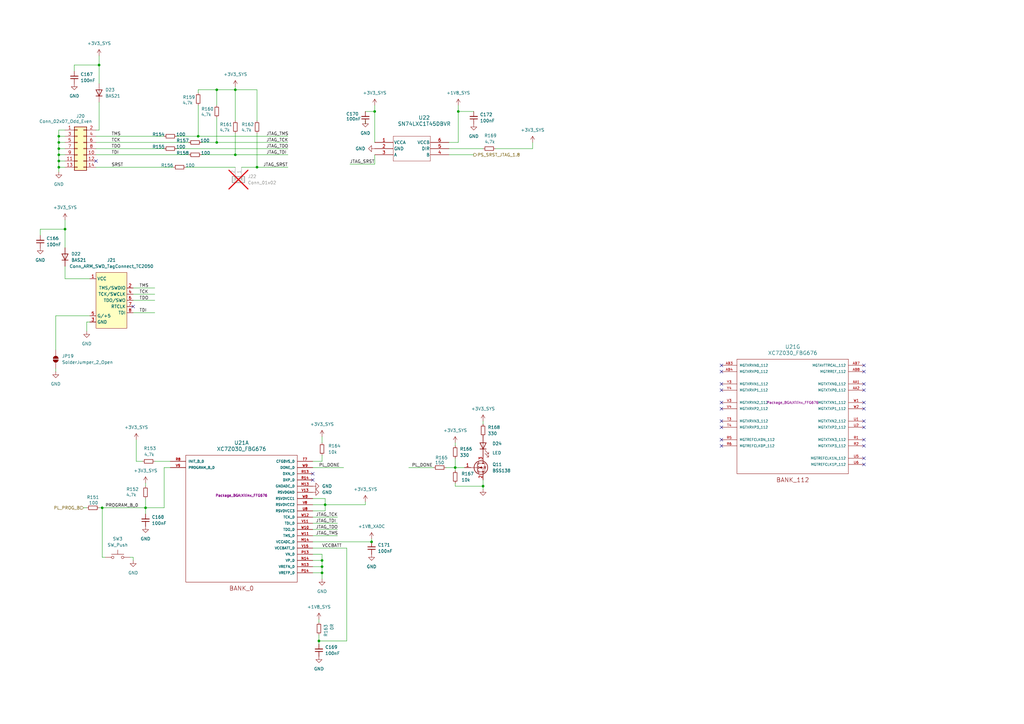
<source format=kicad_sch>
(kicad_sch (version 20250114) (generator "eeschema") (generator_version "9.0")
  (paper "A3")
  (title_block (title "NASR-M") (date "2025-09-22") (rev "D 0.9.4") (company "electrodyssey.net") (comment 1 "JTAG / PS reset / PL reset ") (comment 2 "(c) Nazim 2025") (comment 3 "Author: Nazim Aghabayov") (comment 4 "SYZYGY Carrier Mainboard") (comment 5 "rel: Fletched Bustard"))
  (lib_symbols
    (symbol "Connector_Generic:Conn_01x02" (pin_names (offset 1.016) (hide yes))
      (property "Reference" "J" (at 0 2.54 0))
      (property "Value" "Conn_01x02" (at 0 -5.08 0))
      (symbol "Conn_01x02_1_1"
        (pin passive line (at -5.08 0 0) (length 3.81) (name "Pin_1") (number "1"))
        (pin passive line (at -5.08 -2.54 0) (length 3.81) (name "Pin_2") (number "2"))
      )
    )
    (symbol "Connector_Generic:Conn_02x07_Odd_Even" (pin_names (offset 1.016) (hide yes))
      (property "Reference" "J" (at 1.27 10.16 0))
      (property "Value" "Conn_02x07_Odd_Even" (at 1.27 -10.16 0))
      (symbol "Conn_02x07_Odd_Even_1_1"
        (pin passive line (at -5.08 7.62 0) (length 3.81) (name "Pin_1") (number "1"))
        (pin passive line (at -5.08 5.08 0) (length 3.81) (name "Pin_3") (number "3"))
        (pin passive line (at -5.08 2.54 0) (length 3.81) (name "Pin_5") (number "5"))
        (pin passive line (at -5.08 0 0) (length 3.81) (name "Pin_7") (number "7"))
        (pin passive line (at -5.08 -2.54 0) (length 3.81) (name "Pin_9") (number "9"))
        (pin passive line (at -5.08 -5.08 0) (length 3.81) (name "Pin_11") (number "11"))
        (pin passive line (at -5.08 -7.62 0) (length 3.81) (name "Pin_13") (number "13"))
        (pin passive line (at 7.62 7.62 180) (length 3.81) (name "Pin_2") (number "2"))
        (pin passive line (at 7.62 5.08 180) (length 3.81) (name "Pin_4") (number "4"))
        (pin passive line (at 7.62 2.54 180) (length 3.81) (name "Pin_6") (number "6"))
        (pin passive line (at 7.62 0 180) (length 3.81) (name "Pin_8") (number "8"))
        (pin passive line (at 7.62 -2.54 180) (length 3.81) (name "Pin_10") (number "10"))
        (pin passive line (at 7.62 -5.08 180) (length 3.81) (name "Pin_12") (number "12"))
        (pin passive line (at 7.62 -7.62 180) (length 3.81) (name "Pin_14") (number "14"))
      )
    )
    (symbol "Device:C_Small" (pin_numbers (hide yes)) (pin_names (offset 0.254) (hide yes))
      (property "Reference" "C" (at 0.254 1.778 0))
      (property "Value" "C_Small" (at 0.254 -2.032 0))
      (symbol "C_Small_1_1"
        (pin passive line (at 0 2.54 270) (length 2.032) (name "~") (number "1"))
        (pin passive line (at 0 -2.54 90) (length 2.032) (name "~") (number "2"))
      )
    )
    (symbol "Device:LED" (pin_numbers (hide yes)) (pin_names (offset 1.016) (hide yes))
      (property "Reference" "D" (at 0 2.54 0))
      (property "Value" "LED" (at 0 -2.54 0))
      (symbol "LED_1_1"
        (pin passive line (at -3.81 0 0) (length 2.54) (name "K") (number "1"))
        (pin passive line (at 3.81 0 180) (length 2.54) (name "A") (number "2"))
      )
    )
    (symbol "Device:R_Small" (pin_numbers (hide yes)) (pin_names (offset 0.254) (hide yes))
      (property "Reference" "R" (at 0.762 0.508 0))
      (property "Value" "R_Small" (at 0.762 -1.016 0))
      (symbol "R_Small_1_1"
        (pin passive line (at 0 2.54 270) (length 0.762) (name "~") (number "1"))
        (pin passive line (at 0 -2.54 90) (length 0.762) (name "~") (number "2"))
      )
    )
    (symbol "Diode:BAS21" (pin_numbers (hide yes)) (pin_names (hide yes))
      (property "Reference" "D" (at 0 2.54 0))
      (property "Value" "BAS21" (at 0 -2.54 0))
      (symbol "BAS21_1_1"
        (pin passive line (at -3.81 0 0) (length 2.54) (name "K") (number "3"))
        (pin no_connect line (at -1.27 0 0) (length 2.54) (hide yes) (name "NC") (number "2"))
        (pin passive line (at 3.81 0 180) (length 2.54) (name "A") (number "1"))
      )
    )
    (symbol "GND_1" (power) (pin_numbers (hide yes)) (pin_names (offset 0) (hide yes))
      (property "Value" "GND" (at 0 -3.81 0))
      (symbol "GND_1_1_1"
        (pin power_in line (at 0 0 270) (length 0) (name "~") (number "1"))
      )
    )
    (symbol "GPWR1V8SYS:+1V8SYS" (power) (pin_names (offset 0))
      (property "Value" "+1V8SYS" (at 0 5.334 0))
      (symbol "+1V8SYS_1_1"
        (pin power_in line (at 0 0 90) (length 0) (hide yes) (name "+1V8_SYS") (number "1"))
      )
    )
    (symbol "GPWR1V8XADC:+1V8XADC" (power) (pin_names (offset 0))
      (property "Value" "+1V8XADC" (at 0 5.334 0))
      (symbol "+1V8XADC_1_1"
        (pin power_in line (at 0 0 90) (length 0) (hide yes) (name "+1V8_XADC") (number "1"))
      )
    )
    (symbol "GPWR3V3SYS:+3V3SYS" (power) (pin_names (offset 0))
      (property "Value" "+3V3SYS" (at 0 5.334 0))
      (symbol "+3V3SYS_1_1"
        (pin power_in line (at 0 0 90) (length 0) (hide yes) (name "+3V3_SYS") (number "1"))
      )
    )
    (symbol "Jumper:SolderJumper_2_Open" (pin_numbers (hide yes)) (pin_names (offset 0) (hide yes)) (exclude_from_sim yes) (in_bom no)
      (property "Reference" "JP" (at 0 2.032 0))
      (property "Value" "SolderJumper_2_Open" (at 0 -2.54 0))
      (symbol "SolderJumper_2_Open_1_1"
        (pin passive line (at -3.81 0 0) (length 2.54) (name "A") (number "1"))
        (pin passive line (at 3.81 0 180) (length 2.54) (name "B") (number "2"))
      )
    )
    (symbol "SN74LXC1T45DBVR:SN74LXC1T45DBVR" (pin_names (offset 0.254))
      (property "Reference" "U40" (at 20.32 10.16 0))
      (property "Value" "SN74LXC1T45DBVR" (at 20.32 7.62 0))
      (symbol "SN74LXC1T45DBVR_0_1"
        (pin power_in line (at 0 0 0) (length 7.62) (name "VCCA") (number "1"))
        (pin power_out line (at 0 -2.54 0) (length 7.62) (name "GND") (number "2"))
        (pin bidirectional line (at 0 -5.08 0) (length 7.62) (name "A") (number "3"))
        (pin power_in line (at 30.48 0 180) (length 7.62) (name "VCCB") (number "6"))
        (pin input line (at 30.48 -2.54 180) (length 7.62) (name "DIR") (number "5"))
        (pin bidirectional line (at 30.48 -5.08 180) (length 7.62) (name "B") (number "4"))
      )
    )
    (symbol "Switch:SW_Push" (pin_numbers (hide yes)) (pin_names (offset 1.016) (hide yes))
      (property "Reference" "SW" (at 1.27 2.54 0))
      (property "Value" "SW_Push" (at 0 -1.524 0))
      (symbol "SW_Push_0_1"
        (pin passive line (at -5.08 0 0) (length 2.54) (name "1") (number "1"))
        (pin passive line (at 5.08 0 180) (length 2.54) (name "2") (number "2"))
      )
    )
    (symbol "Transistor_FET:BSS138" (pin_names (hide yes))
      (property "Reference" "Q" (at 5.08 1.905 0))
      (property "Value" "BSS138" (at 5.08 0 0))
      (symbol "BSS138_1_1"
        (pin input line (at -5.08 0 0) (length 2.54) (name "G") (number "1"))
        (pin passive line (at 2.54 5.08 270) (length 2.54) (name "D") (number "3"))
        (pin passive line (at 2.54 -5.08 90) (length 2.54) (name "S") (number "2"))
      )
    )
    (symbol "XC7Z030_FBG676:XC7Z030_FBG676" (pin_names (offset 1.016))
      (property "Reference" "U" (at 0 2.54 0))
      (property "Value" "XC7Z030_FBG676" (at 0 0 0))
      (symbol "XC7Z030_FBG676_1_0"
        (text "BANK_0" (at 0 -38.1 0) (effects (font (size 1.778 1.778))))
      )
      (symbol "XC7Z030_FBG676_1_1"
        (pin bidirectional line (at -29.21 13.97 0) (length 6.35) (name "INIT_B_0") (number "R8"))
        (pin input line (at -29.21 11.43 0) (length 6.35) (name "PROGRAM_B_0") (number "V9"))
        (pin input line (at 29.21 13.97 180) (length 6.35) (name "CFGBVS_0") (number "T7"))
        (pin bidirectional line (at 29.21 11.43 180) (length 6.35) (name "DONE_0") (number "W9"))
        (pin input line (at 29.21 8.89 180) (length 6.35) (name "DXN_0") (number "R13"))
        (pin input line (at 29.21 6.35 180) (length 6.35) (name "DXP_0") (number "R14"))
        (pin power_in line (at 29.21 3.81 180) (length 6.35) (name "GNDADC_0") (number "M13"))
        (pin power_in line (at 29.21 1.27 180) (length 6.35) (name "RSVDGND") (number "V13"))
        (pin power_in line (at 29.21 -1.27 180) (length 6.35) (name "RSVDVCC1") (number "W8"))
        (pin power_in line (at 29.21 -3.81 180) (length 6.35) (name "RSVDVCC2") (number "V8"))
        (pin power_in line (at 29.21 -6.35 180) (length 6.35) (name "RSVDVCC3") (number "U8"))
        (pin input line (at 29.21 -8.89 180) (length 6.35) (name "TCK_0") (number "W12"))
        (pin input line (at 29.21 -11.43 180) (length 6.35) (name "TDI_0") (number "V11"))
        (pin output line (at 29.21 -13.97 180) (length 6.35) (name "TDO_0") (number "W10"))
        (pin input line (at 29.21 -16.51 180) (length 6.35) (name "TMS_0") (number "W11"))
        (pin power_in line (at 29.21 -19.05 180) (length 6.35) (name "VCCADC_0") (number "M14"))
        (pin power_in line (at 29.21 -21.59 180) (length 6.35) (name "VCCBATT_0") (number "V15"))
        (pin input line (at 29.21 -24.13 180) (length 6.35) (name "VN_0") (number "P13"))
        (pin input line (at 29.21 -26.67 180) (length 6.35) (name "VP_0") (number "N14"))
        (pin input line (at 29.21 -29.21 180) (length 6.35) (name "VREFN_0") (number "N13"))
        (pin input line (at 29.21 -31.75 180) (length 6.35) (name "VREFP_0") (number "P14"))
      )
      (symbol "XC7Z030_FBG676_2_0"
        (text "BANK_12" (at 0 -36.83 0) (effects (font (size 1.778 1.778))))
      )
      (symbol "XC7Z030_FBG676_2_1"
        (pin bidirectional line (at -29.21 33.02 0) (length 6.35) (name "IO_L12N_T1_MRCC_12") (number "AD13"))
        (pin bidirectional line (at -29.21 30.48 0) (length 6.35) (name "IO_L12P_T1_MRCC_12") (number "AC13"))
        (pin bidirectional line (at -29.21 27.94 0) (length 6.35) (name "IO_L13N_T2_MRCC_12") (number "AD14"))
        (pin bidirectional line (at -29.21 25.4 0) (length 6.35) (name "IO_L13P_T2_MRCC_12") (number "AC14"))
        (pin bidirectional line (at -29.21 22.86 0) (length 6.35) (name "IO_L14N_T2_SRCC_12") (number "AB14"))
        (pin bidirectional line (at -29.21 20.32 0) (length 6.35) (name "IO_L14P_T2_SRCC_12") (number "AB15"))
        (pin bidirectional line (at -29.21 17.78 0) (length 6.35) (name "IO_L15N_T2_DQS_12") (number "AD15"))
        (pin bidirectional line (at -29.21 15.24 0) (length 6.35) (name "IO_L15P_T2_DQS_12") (number "AD16"))
        (pin bidirectional line (at -29.21 12.7 0) (length 6.35) (name "IO_L16N_T2_12") (number "AF14"))
        (pin bidirectional line (at -29.21 10.16 0) (length 6.35) (name "IO_L16P_T2_12") (number "AF15"))
        (pin bidirectional line (at -29.21 7.62 0) (length 6.35) (name "IO_L17N_T2_12") (number "AE15"))
        (pin bidirectional line (at -29.21 5.08 0) (length 6.35) (name "IO_L17P_T2_12") (number "AE16"))
        (pin bidirectional line (at -29.21 2.54 0) (length 6.35) (name "IO_L18N_T2_12") (number "AF17"))
        (pin bidirectional line (at -29.21 0 0) (length 6.35) (name "IO_L18P_T2_12") (number "AE17"))
        (pin bidirectional line (at -29.21 -2.54 0) (length 6.35) (name "IO_L19N_T3_VREF_12") (number "AA17"))
        (pin bidirectional line (at -29.21 -5.08 0) (length 6.35) (name "IO_L19P_T3_12") (number "Y17"))
        (pin bidirectional line (at -29.21 -7.62 0) (length 6.35) (name "IO_L20N_T3_12") (number "AB16"))
        (pin bidirectional line (at -29.21 -10.16 0) (length 6.35) (name "IO_L20P_T3_12") (number "AB17"))
        (pin bidirectional line (at -29.21 -12.7 0) (length 6.35) (name "IO_L21N_T3_DQS_12") (number "AC16"))
        (pin bidirectional line (at -29.21 -15.24 0) (length 6.35) (name "IO_L21P_T3_DQS_12") (number "AC17"))
        (pin bidirectional line (at -29.21 -17.78 0) (length 6.35) (name "IO_L22N_T3_12") (number "AA14"))
        (pin bidirectional line (at -29.21 -20.32 0) (length 6.35) (name "IO_L22P_T3_12") (number "AA15"))
        (pin bidirectional line (at -29.21 -22.86 0) (length 6.35) (name "IO_L23N_T3_12") (number "Y15"))
        (pin bidirectional line (at -29.21 -25.4 0) (length 6.35) (name "IO_L23P_T3_12") (number "Y16"))
        (pin bidirectional line (at -29.21 -27.94 0) (length 6.35) (name "IO_L24N_T3_12") (number "W15"))
        (pin bidirectional line (at -29.21 -30.48 0) (length 6.35) (name "IO_L24P_T3_12") (number "W16"))
        (pin bidirectional line (at 29.21 33.02 180) (length 6.35) (name "IO_0_12") (number "W14"))
        (pin bidirectional line (at 29.21 30.48 180) (length 6.35) (name "IO_25_12") (number "W17"))
        (pin bidirectional line (at 29.21 27.94 180) (length 6.35) (name "IO_L1N_T0_12") (number "Y11"))
        (pin bidirectional line (at 29.21 25.4 180) (length 6.35) (name "IO_L1P_T0_12") (number "Y12"))
        (pin bidirectional line (at 29.21 22.86 180) (length 6.35) (name "IO_L2N_T0_12") (number "AC11"))
        (pin bidirectional line (at 29.21 20.32 180) (length 6.35) (name "IO_L2P_T0_12") (number "AB12"))
        (pin bidirectional line (at 29.21 17.78 180) (length 6.35) (name "IO_L3N_T0_DQS_12") (number "AA10"))
        (pin bidirectional line (at 29.21 15.24 180) (length 6.35) (name "IO_L3P_T0_DQS_12") (number "Y10"))
        (pin bidirectional line (at 29.21 12.7 180) (length 6.35) (name "IO_L4N_T0_12") (number "AB10"))
        (pin bidirectional line (at 29.21 10.16 180) (length 6.35) (name "IO_L4P_T0_12") (number "AB11"))
        (pin bidirectional line (at 29.21 7.62 180) (length 6.35) (name "IO_L5N_T0_12") (number "Y13"))
        (pin bidirectional line (at 29.21 5.08 180) (length 6.35) (name "IO_L5P_T0_12") (number "W13"))
        (pin bidirectional line (at 29.21 2.54 180) (length 6.35) (name "IO_L6N_T0_VREF_12") (number "AA12"))
        (pin bidirectional line (at 29.21 0 180) (length 6.35) (name "IO_L6P_T0_12") (number "AA13"))
        (pin bidirectional line (at 29.21 -2.54 180) (length 6.35) (name "IO_L7N_T1_12") (number "AD10"))
        (pin bidirectional line (at 29.21 -5.08 180) (length 6.35) (name "IO_L7P_T1_12") (number "AE10"))
        (pin bidirectional line (at 29.21 -7.62 180) (length 6.35) (name "IO_L8N_T1_12") (number "AF12"))
        (pin bidirectional line (at 29.21 -10.16 180) (length 6.35) (name "IO_L8P_T1_12") (number "AE12"))
        (pin bidirectional line (at 29.21 -12.7 180) (length 6.35) (name "IO_L9N_T1_DQS_12") (number "AF10"))
        (pin bidirectional line (at 29.21 -15.24 180) (length 6.35) (name "IO_L9P_T1_DQS_12") (number "AE11"))
        (pin bidirectional line (at 29.21 -17.78 180) (length 6.35) (name "IO_L10N_T1_12") (number "AF13"))
        (pin bidirectional line (at 29.21 -20.32 180) (length 6.35) (name "IO_L10P_T1_12") (number "AE13"))
        (pin bidirectional line (at 29.21 -22.86 180) (length 6.35) (name "IO_L11N_T1_SRCC_12") (number "AD11"))
        (pin bidirectional line (at 29.21 -25.4 180) (length 6.35) (name "IO_L11P_T1_SRCC_12") (number "AC12"))
      )
      (symbol "XC7Z030_FBG676_3_0"
        (text "BANK_13" (at 0 -36.83 0) (effects (font (size 1.778 1.778))))
      )
      (symbol "XC7Z030_FBG676_3_1"
        (pin bidirectional line (at -29.21 33.02 0) (length 6.35) (name "IO_L12N_T1_MRCC_13") (number "AC24"))
        (pin bidirectional line (at -29.21 30.48 0) (length 6.35) (name "IO_L12P_T1_MRCC_13") (number "AC23"))
        (pin bidirectional line (at -29.21 27.94 0) (length 6.35) (name "IO_L13N_T2_MRCC_13") (number "AD21"))
        (pin bidirectional line (at -29.21 25.4 0) (length 6.35) (name "IO_L13P_T2_MRCC_13") (number "AD20"))
        (pin bidirectional line (at -29.21 22.86 0) (length 6.35) (name "IO_L14N_T2_SRCC_13") (number "AC22"))
        (pin bidirectional line (at -29.21 20.32 0) (length 6.35) (name "IO_L14P_T2_SRCC_13") (number "AC21"))
        (pin bidirectional line (at -29.21 17.78 0) (length 6.35) (name "IO_L15N_T2_DQS_13") (number "AF20"))
        (pin bidirectional line (at -29.21 15.24 0) (length 6.35) (name "IO_L15P_T2_DQS_13") (number "AF19"))
        (pin bidirectional line (at -29.21 12.7 0) (length 6.35) (name "IO_L16N_T2_13") (number "AE21"))
        (pin bidirectional line (at -29.21 10.16 0) (length 6.35) (name "IO_L16P_T2_13") (number "AE20"))
        (pin bidirectional line (at -29.21 7.62 0) (length 6.35) (name "IO_L17N_T2_13") (number "AD19"))
        (pin bidirectional line (at -29.21 5.08 0) (length 6.35) (name "IO_L17P_T2_13") (number "AD18"))
        (pin bidirectional line (at -29.21 2.54 0) (length 6.35) (name "IO_L18N_T2_13") (number "AF18"))
        (pin bidirectional line (at -29.21 0 0) (length 6.35) (name "IO_L18P_T2_13") (number "AE18"))
        (pin bidirectional line (at -29.21 -2.54 0) (length 6.35) (name "IO_L19N_T3_VREF_13") (number "Y20"))
        (pin bidirectional line (at -29.21 -5.08 0) (length 6.35) (name "IO_L19P_T3_13") (number "W20"))
        (pin bidirectional line (at -29.21 -7.62 0) (length 6.35) (name "IO_L20N_T3_13") (number "AB20"))
        (pin bidirectional line (at -29.21 -10.16 0) (length 6.35) (name "IO_L20P_T3_13") (number "AA20"))
        (pin bidirectional line (at -29.21 -12.7 0) (length 6.35) (name "IO_L21N_T3_DQS_13") (number "AC19"))
        (pin bidirectional line (at -29.21 -15.24 0) (length 6.35) (name "IO_L21P_T3_DQS_13") (number "AC18"))
        (pin bidirectional line (at -29.21 -17.78 0) (length 6.35) (name "IO_L22N_T3_13") (number "AB19"))
        (pin bidirectional line (at -29.21 -20.32 0) (length 6.35) (name "IO_L22P_T3_13") (number "AA19"))
        (pin bidirectional line (at -29.21 -22.86 0) (length 6.35) (name "IO_L23N_T3_13") (number "W19"))
        (pin bidirectional line (at -29.21 -25.4 0) (length 6.35) (name "IO_L23P_T3_13") (number "W18"))
        (pin bidirectional line (at -29.21 -27.94 0) (length 6.35) (name "IO_L24N_T3_13") (number "AA18"))
        (pin bidirectional line (at -29.21 -30.48 0) (length 6.35) (name "IO_L24P_T3_13") (number "Y18"))
        (pin bidirectional line (at 29.21 33.02 180) (length 6.35) (name "IO_0_13") (number "V19"))
        (pin bidirectional line (at 29.21 30.48 180) (length 6.35) (name "IO_25_13") (number "V18"))
        (pin bidirectional line (at 29.21 27.94 180) (length 6.35) (name "IO_L1N_T0_13") (number "AB25"))
        (pin bidirectional line (at 29.21 25.4 180) (length 6.35) (name "IO_L1P_T0_13") (number "AA25"))
        (pin bidirectional line (at 29.21 22.86 180) (length 6.35) (name "IO_L2N_T0_13") (number "AC26"))
        (pin bidirectional line (at 29.21 20.32 180) (length 6.35) (name "IO_L2P_T0_13") (number "AB26"))
        (pin bidirectional line (at 29.21 17.78 180) (length 6.35) (name "IO_L3N_T0_DQS_13") (number "AE26"))
        (pin bidirectional line (at 29.21 15.24 180) (length 6.35) (name "IO_L3P_T0_DQS_13") (number "AE25"))
        (pin bidirectional line (at 29.21 12.7 180) (length 6.35) (name "IO_L4N_T0_13") (number "AD26"))
        (pin bidirectional line (at 29.21 10.16 180) (length 6.35) (name "IO_L4P_T0_13") (number "AD25"))
        (pin bidirectional line (at 29.21 7.62 180) (length 6.35) (name "IO_L5N_T0_13") (number "AF25"))
        (pin bidirectional line (at 29.21 5.08 180) (length 6.35) (name "IO_L5P_T0_13") (number "AF24"))
        (pin bidirectional line (at 29.21 2.54 180) (length 6.35) (name "IO_L6N_T0_VREF_13") (number "AB24"))
        (pin bidirectional line (at 29.21 0 180) (length 6.35) (name "IO_L6P_T0_13") (number "AA24"))
        (pin bidirectional line (at 29.21 -2.54 180) (length 6.35) (name "IO_L7N_T1_13") (number "AF22"))
        (pin bidirectional line (at 29.21 -5.08 180) (length 6.35) (name "IO_L7P_T1_13") (number "AE22"))
        (pin bidirectional line (at 29.21 -7.62 180) (length 6.35) (name "IO_L8N_T1_13") (number "AF23"))
        (pin bidirectional line (at 29.21 -10.16 180) (length 6.35) (name "IO_L8P_T1_13") (number "AE23"))
        (pin bidirectional line (at 29.21 -12.7 180) (length 6.35) (name "IO_L9N_T1_DQS_13") (number "AB22"))
        (pin bidirectional line (at 29.21 -15.24 180) (length 6.35) (name "IO_L9P_T1_DQS_13") (number "AB21"))
        (pin bidirectional line (at 29.21 -17.78 180) (length 6.35) (name "IO_L10N_T1_13") (number "AA23"))
        (pin bidirectional line (at 29.21 -20.32 180) (length 6.35) (name "IO_L10P_T1_13") (number "AA22"))
        (pin bidirectional line (at 29.21 -22.86 180) (length 6.35) (name "IO_L11N_T1_SRCC_13") (number "AD24"))
        (pin bidirectional line (at 29.21 -25.4 180) (length 6.35) (name "IO_L11P_T1_SRCC_13") (number "AD23"))
      )
      (symbol "XC7Z030_FBG676_4_0"
        (text "BANK_33" (at 0 -36.83 0) (effects (font (size 1.778 1.778))))
      )
      (symbol "XC7Z030_FBG676_4_1"
        (pin bidirectional line (at -29.21 33.02 0) (length 6.35) (name "IO_L12N_T1_MRCC_33") (number "J3"))
        (pin bidirectional line (at -29.21 30.48 0) (length 6.35) (name "IO_L12P_T1_MRCC_33") (number "J4"))
        (pin bidirectional line (at -29.21 27.94 0) (length 6.35) (name "IO_L13N_T2_MRCC_33") (number "M5"))
        (pin bidirectional line (at -29.21 25.4 0) (length 6.35) (name "IO_L13P_T2_MRCC_33") (number "M6"))
        (pin bidirectional line (at -29.21 22.86 0) (length 6.35) (name "IO_L14N_T2_SRCC_33") (number "L4"))
        (pin bidirectional line (at -29.21 20.32 0) (length 6.35) (name "IO_L14P_T2_SRCC_33") (number "L5"))
        (pin bidirectional line (at -29.21 17.78 0) (length 6.35) (name "IO_L15N_T2_DQS_33") (number "N2"))
        (pin bidirectional line (at -29.21 15.24 0) (length 6.35) (name "IO_L15P_T2_DQS_33") (number "N3"))
        (pin bidirectional line (at -29.21 12.7 0) (length 6.35) (name "IO_L16N_T2_33") (number "L2"))
        (pin bidirectional line (at -29.21 10.16 0) (length 6.35) (name "IO_L16P_T2_33") (number "M2"))
        (pin bidirectional line (at -29.21 7.62 0) (length 6.35) (name "IO_L17N_T2_33") (number "M4"))
        (pin bidirectional line (at -29.21 5.08 0) (length 6.35) (name "IO_L17P_T2_33") (number "N4"))
        (pin bidirectional line (at -29.21 2.54 0) (length 6.35) (name "IO_L18N_T2_33") (number "M1"))
        (pin bidirectional line (at -29.21 0 0) (length 6.35) (name "IO_L18P_T2_33") (number "N1"))
        (pin bidirectional line (at -29.21 -2.54 0) (length 6.35) (name "IO_L19N_T3_VREF_33") (number "L7"))
        (pin bidirectional line (at -29.21 -5.08 0) (length 6.35) (name "IO_L19P_T3_33") (number "M7"))
        (pin bidirectional line (at -29.21 -7.62 0) (length 6.35) (name "IO_L20N_T3_33") (number "J5"))
        (pin bidirectional line (at -29.21 -10.16 0) (length 6.35) (name "IO_L20P_T3_33") (number "K5"))
        (pin bidirectional line (at -29.21 -12.7 0) (length 6.35) (name "IO_L21N_T3_DQS_33") (number "L8"))
        (pin bidirectional line (at -29.21 -15.24 0) (length 6.35) (name "IO_L21P_T3_DQS_33") (number "M8"))
        (pin bidirectional line (at -29.21 -17.78 0) (length 6.35) (name "IO_L22N_T3_33") (number "J6"))
        (pin bidirectional line (at -29.21 -20.32 0) (length 6.35) (name "IO_L22P_T3_33") (number "K6"))
        (pin bidirectional line (at -29.21 -22.86 0) (length 6.35) (name "IO_L23N_T3_33") (number "N6"))
        (pin bidirectional line (at -29.21 -25.4 0) (length 6.35) (name "IO_L23P_T3_33") (number "N7"))
        (pin bidirectional line (at -29.21 -27.94 0) (length 6.35) (name "IO_L24N_T3_33") (number "K7"))
        (pin bidirectional line (at -29.21 -30.48 0) (length 6.35) (name "IO_L24P_T3_33") (number "K8"))
        (pin bidirectional line (at 29.21 33.02 180) (length 6.35) (name "IO_0_VRN_33") (number "L9"))
        (pin bidirectional line (at 29.21 30.48 180) (length 6.35) (name "IO_25_VRP_33") (number "N8"))
        (pin bidirectional line (at 29.21 27.94 180) (length 6.35) (name "IO_L1N_T0_33") (number "F4"))
        (pin bidirectional line (at 29.21 25.4 180) (length 6.35) (name "IO_L1P_T0_33") (number "G4"))
        (pin bidirectional line (at 29.21 22.86 180) (length 6.35) (name "IO_L2N_T0_33") (number "D3"))
        (pin bidirectional line (at 29.21 20.32 180) (length 6.35) (name "IO_L2P_T0_33") (number "D4"))
        (pin bidirectional line (at 29.21 17.78 180) (length 6.35) (name "IO_L3N_T0_DQS_33") (number "F2"))
        (pin bidirectional line (at 29.21 15.24 180) (length 6.35) (name "IO_L3P_T0_DQS_33") (number "G2"))
        (pin bidirectional line (at 29.21 12.7 180) (length 6.35) (name "IO_L4N_T0_33") (number "C1"))
        (pin bidirectional line (at 29.21 10.16 180) (length 6.35) (name "IO_L4P_T0_33") (number "D1"))
        (pin bidirectional line (at 29.21 7.62 180) (length 6.35) (name "IO_L5N_T0_33") (number "E1"))
        (pin bidirectional line (at 29.21 5.08 180) (length 6.35) (name "IO_L5P_T0_33") (number "E2"))
        (pin bidirectional line (at 29.21 2.54 180) (length 6.35) (name "IO_L6N_T0_VREF_33") (number "E3"))
        (pin bidirectional line (at 29.21 0 180) (length 6.35) (name "IO_L6P_T0_33") (number "F3"))
        (pin bidirectional line (at 29.21 -2.54 180) (length 6.35) (name "IO_L7N_T1_33") (number "H1"))
        (pin bidirectional line (at 29.21 -5.08 180) (length 6.35) (name "IO_L7P_T1_33") (number "J1"))
        (pin bidirectional line (at 29.21 -7.62 180) (length 6.35) (name "IO_L8N_T1_33") (number "H3"))
        (pin bidirectional line (at 29.21 -10.16 180) (length 6.35) (name "IO_L8P_T1_33") (number "H4"))
        (pin bidirectional line (at 29.21 -12.7 180) (length 6.35) (name "IO_L9N_T1_DQS_33") (number "K1"))
        (pin bidirectional line (at 29.21 -15.24 180) (length 6.35) (name "IO_L9P_T1_DQS_33") (number "K2"))
        (pin bidirectional line (at 29.21 -17.78 180) (length 6.35) (name "IO_L10N_T1_33") (number "G1"))
        (pin bidirectional line (at 29.21 -20.32 180) (length 6.35) (name "IO_L10P_T1_33") (number "H2"))
        (pin bidirectional line (at 29.21 -22.86 180) (length 6.35) (name "IO_L11N_T1_SRCC_33") (number "K3"))
        (pin bidirectional line (at 29.21 -25.4 180) (length 6.35) (name "IO_L11P_T1_SRCC_33") (number "L3"))
      )
      (symbol "XC7Z030_FBG676_5_0"
        (text "BANK_34" (at 0 -39.37 0) (effects (font (size 1.778 1.778))))
      )
      (symbol "XC7Z030_FBG676_5_1"
        (pin bidirectional line (at -29.21 33.02 0) (length 6.35) (name "IO_L3P_T0_DQS_PUDC_B_34") (number "H9"))
        (pin bidirectional line (at -29.21 30.48 0) (length 6.35) (name "IO_L12N_T1_MRCC_34") (number "F7"))
        (pin bidirectional line (at -29.21 27.94 0) (length 6.35) (name "IO_L12P_T1_MRCC_34") (number "G7"))
        (pin bidirectional line (at -29.21 25.4 0) (length 6.35) (name "IO_L13N_T2_MRCC_34") (number "C7"))
        (pin bidirectional line (at -29.21 22.86 0) (length 6.35) (name "IO_L13P_T2_MRCC_34") (number "C8"))
        (pin bidirectional line (at -29.21 20.32 0) (length 6.35) (name "IO_L14N_T2_SRCC_34") (number "C6"))
        (pin bidirectional line (at -29.21 17.78 0) (length 6.35) (name "IO_L14P_T2_SRCC_34") (number "D6"))
        (pin bidirectional line (at -29.21 15.24 0) (length 6.35) (name "IO_L15N_T2_DQS_34") (number "B9"))
        (pin bidirectional line (at -29.21 12.7 0) (length 6.35) (name "IO_L15P_T2_DQS_34") (number "C9"))
        (pin bidirectional line (at -29.21 10.16 0) (length 6.35) (name "IO_L16N_T2_34") (number "A10"))
        (pin bidirectional line (at -29.21 7.62 0) (length 6.35) (name "IO_L16P_T2_34") (number "B10"))
        (pin bidirectional line (at -29.21 5.08 0) (length 6.35) (name "IO_L17N_T2_34") (number "A8"))
        (pin bidirectional line (at -29.21 2.54 0) (length 6.35) (name "IO_L17P_T2_34") (number "A9"))
        (pin bidirectional line (at -29.21 0 0) (length 6.35) (name "IO_L18N_T2_34") (number "A7"))
        (pin bidirectional line (at -29.21 -2.54 0) (length 6.35) (name "IO_L18P_T2_34") (number "B7"))
        (pin bidirectional line (at -29.21 -5.08 0) (length 6.35) (name "IO_L19N_T3_VREF_34") (number "C3"))
        (pin bidirectional line (at -29.21 -7.62 0) (length 6.35) (name "IO_L19P_T3_34") (number "C4"))
        (pin bidirectional line (at -29.21 -10.16 0) (length 6.35) (name "IO_L20N_T3_34") (number "B4"))
        (pin bidirectional line (at -29.21 -12.7 0) (length 6.35) (name "IO_L20P_T3_34") (number "B5"))
        (pin bidirectional line (at -29.21 -15.24 0) (length 6.35) (name "IO_L21N_T3_DQS_34") (number "A5"))
        (pin bidirectional line (at -29.21 -17.78 0) (length 6.35) (name "IO_L21P_T3_DQS_34") (number "B6"))
        (pin bidirectional line (at -29.21 -20.32 0) (length 6.35) (name "IO_L22N_T3_34") (number "A3"))
        (pin bidirectional line (at -29.21 -22.86 0) (length 6.35) (name "IO_L22P_T3_34") (number "A4"))
        (pin bidirectional line (at -29.21 -25.4 0) (length 6.35) (name "IO_L23N_T3_34") (number "B1"))
        (pin bidirectional line (at -29.21 -27.94 0) (length 6.35) (name "IO_L23P_T3_34") (number "C2"))
        (pin bidirectional line (at -29.21 -30.48 0) (length 6.35) (name "IO_L24N_T3_34") (number "A2"))
        (pin bidirectional line (at -29.21 -33.02 0) (length 6.35) (name "IO_L24P_T3_34") (number "B2"))
        (pin bidirectional line (at 29.21 33.02 180) (length 6.35) (name "IO_0_VRN_34") (number "K11"))
        (pin bidirectional line (at 29.21 30.48 180) (length 6.35) (name "IO_25_VRP_34") (number "K10"))
        (pin bidirectional line (at 29.21 27.94 180) (length 6.35) (name "IO_L1N_T0_34") (number "H11"))
        (pin bidirectional line (at 29.21 25.4 180) (length 6.35) (name "IO_L1P_T0_34") (number "J11"))
        (pin bidirectional line (at 29.21 22.86 180) (length 6.35) (name "IO_L2N_T0_34") (number "G5"))
        (pin bidirectional line (at 29.21 20.32 180) (length 6.35) (name "IO_L2P_T0_34") (number "G6"))
        (pin bidirectional line (at 29.21 17.78 180) (length 6.35) (name "IO_L3N_T0_DQS_34") (number "G9"))
        (pin bidirectional line (at 29.21 15.24 180) (length 6.35) (name "IO_L4N_T0_34") (number "H6"))
        (pin bidirectional line (at 29.21 12.7 180) (length 6.35) (name "IO_L4P_T0_34") (number "H7"))
        (pin bidirectional line (at 29.21 10.16 180) (length 6.35) (name "IO_L5N_T0_34") (number "J9"))
        (pin bidirectional line (at 29.21 7.62 180) (length 6.35) (name "IO_L5P_T0_34") (number "J10"))
        (pin bidirectional line (at 29.21 5.08 180) (length 6.35) (name "IO_L6N_T0_VREF_34") (number "H8"))
        (pin bidirectional line (at 29.21 2.54 180) (length 6.35) (name "IO_L6P_T0_34") (number "J8"))
        (pin bidirectional line (at 29.21 0 180) (length 6.35) (name "IO_L7N_T1_34") (number "E5"))
        (pin bidirectional line (at 29.21 -2.54 180) (length 6.35) (name "IO_L7P_T1_34") (number "F5"))
        (pin bidirectional line (at 29.21 -5.08 180) (length 6.35) (name "IO_L8N_T1_34") (number "D8"))
        (pin bidirectional line (at 29.21 -7.62 180) (length 6.35) (name "IO_L8P_T1_34") (number "D9"))
        (pin bidirectional line (at 29.21 -10.16 180) (length 6.35) (name "IO_L9N_T1_DQS_34") (number "E8"))
        (pin bidirectional line (at 29.21 -12.7 180) (length 6.35) (name "IO_L9P_T1_DQS_34") (number "F9"))
        (pin bidirectional line (at 29.21 -15.24 180) (length 6.35) (name "IO_L10N_T1_34") (number "D5"))
        (pin bidirectional line (at 29.21 -17.78 180) (length 6.35) (name "IO_L10P_T1_34") (number "E6"))
        (pin bidirectional line (at 29.21 -20.32 180) (length 6.35) (name "IO_L11N_T1_SRCC_34") (number "E7"))
        (pin bidirectional line (at 29.21 -22.86 180) (length 6.35) (name "IO_L11P_T1_SRCC_34") (number "F8"))
      )
      (symbol "XC7Z030_FBG676_6_0"
        (text "BANK_35" (at 0 -36.83 0) (effects (font (size 1.778 1.778))))
      )
      (symbol "XC7Z030_FBG676_6_1"
        (pin bidirectional line (at -29.21 33.02 0) (length 6.35) (name "IO_L12N_T1_MRCC_35") (number "H14"))
        (pin bidirectional line (at -29.21 30.48 0) (length 6.35) (name "IO_L12P_T1_MRCC_35") (number "J14"))
        (pin bidirectional line (at -29.21 27.94 0) (length 6.35) (name "IO_L13N_T2_MRCC_35") (number "D14"))
        (pin bidirectional line (at -29.21 25.4 0) (length 6.35) (name "IO_L13P_T2_MRCC_35") (number "D15"))
        (pin bidirectional line (at -29.21 22.86 0) (length 6.35) (name "IO_L14N_T2_AD4N_SRCC_35") (number "E15"))
        (pin bidirectional line (at -29.21 20.32 0) (length 6.35) (name "IO_L14P_T2_AD4P_SRCC_35") (number "F15"))
        (pin bidirectional line (at -29.21 17.78 0) (length 6.35) (name "IO_L15N_T2_DQS_AD12N_35") (number "C16"))
        (pin bidirectional line (at -29.21 15.24 0) (length 6.35) (name "IO_L15P_T2_DQS_AD12P_35") (number "C17"))
        (pin bidirectional line (at -29.21 12.7 0) (length 6.35) (name "IO_L16N_T2_35") (number "D16"))
        (pin bidirectional line (at -29.21 10.16 0) (length 6.35) (name "IO_L16P_T2_35") (number "E16"))
        (pin bidirectional line (at -29.21 7.62 0) (length 6.35) (name "IO_L17N_T2_AD5N_35") (number "B15"))
        (pin bidirectional line (at -29.21 5.08 0) (length 6.35) (name "IO_L17P_T2_AD5P_35") (number "B16"))
        (pin bidirectional line (at -29.21 2.54 0) (length 6.35) (name "IO_L18N_T2_AD13N_35") (number "A17"))
        (pin bidirectional line (at -29.21 0 0) (length 6.35) (name "IO_L18P_T2_AD13P_35") (number "B17"))
        (pin bidirectional line (at -29.21 -2.54 0) (length 6.35) (name "IO_L19N_T3_VREF_35") (number "C13"))
        (pin bidirectional line (at -29.21 -5.08 0) (length 6.35) (name "IO_L19P_T3_35") (number "D13"))
        (pin bidirectional line (at -29.21 -7.62 0) (length 6.35) (name "IO_L20N_T3_AD6N_35") (number "B14"))
        (pin bidirectional line (at -29.21 -10.16 0) (length 6.35) (name "IO_L20P_T3_AD6P_35") (number "C14"))
        (pin bidirectional line (at -29.21 -12.7 0) (length 6.35) (name "IO_L21N_T3_DQS_AD14N_35") (number "A14"))
        (pin bidirectional line (at -29.21 -15.24 0) (length 6.35) (name "IO_L21P_T3_DQS_AD14P_35") (number "A15"))
        (pin bidirectional line (at -29.21 -17.78 0) (length 6.35) (name "IO_L22N_T3_AD7N_35") (number "B12"))
        (pin bidirectional line (at -29.21 -20.32 0) (length 6.35) (name "IO_L22P_T3_AD7P_35") (number "C12"))
        (pin bidirectional line (at -29.21 -22.86 0) (length 6.35) (name "IO_L23N_T3_35") (number "B11"))
        (pin bidirectional line (at -29.21 -25.4 0) (length 6.35) (name "IO_L23P_T3_35") (number "C11"))
        (pin bidirectional line (at -29.21 -27.94 0) (length 6.35) (name "IO_L24N_T3_AD15N_35") (number "A12"))
        (pin bidirectional line (at -29.21 -30.48 0) (length 6.35) (name "IO_L24P_T3_AD15P_35") (number "A13"))
        (pin bidirectional line (at 29.21 33.02 180) (length 6.35) (name "IO_0_VRN_35") (number "H16"))
        (pin bidirectional line (at 29.21 30.48 180) (length 6.35) (name "IO_25_VRP_35") (number "K12"))
        (pin bidirectional line (at 29.21 27.94 180) (length 6.35) (name "IO_L1N_T0_AD0N_35") (number "E12"))
        (pin bidirectional line (at 29.21 25.4 180) (length 6.35) (name "IO_L1P_T0_AD0P_35") (number "F12"))
        (pin bidirectional line (at 29.21 22.86 180) (length 6.35) (name "IO_L2N_T0_AD8N_35") (number "D10"))
        (pin bidirectional line (at 29.21 20.32 180) (length 6.35) (name "IO_L2P_T0_AD8P_35") (number "E10"))
        (pin bidirectional line (at 29.21 17.78 180) (length 6.35) (name "IO_L3N_T0_DQS_AD1N_35") (number "F10"))
        (pin bidirectional line (at 29.21 15.24 180) (length 6.35) (name "IO_L3P_T0_DQS_AD1P_35") (number "G10"))
        (pin bidirectional line (at 29.21 12.7 180) (length 6.35) (name "IO_L4N_T0_35") (number "D11"))
        (pin bidirectional line (at 29.21 10.16 180) (length 6.35) (name "IO_L4P_T0_35") (number "E11"))
        (pin bidirectional line (at 29.21 7.62 180) (length 6.35) (name "IO_L5N_T0_AD9N_35") (number "G11"))
        (pin bidirectional line (at 29.21 5.08 180) (length 6.35) (name "IO_L5P_T0_AD9P_35") (number "G12"))
        (pin bidirectional line (at 29.21 2.54 180) (length 6.35) (name "IO_L6N_T0_VREF_35") (number "E13"))
        (pin bidirectional line (at 29.21 0 180) (length 6.35) (name "IO_L6P_T0_35") (number "F13"))
        (pin bidirectional line (at 29.21 -2.54 180) (length 6.35) (name "IO_L7N_T1_AD2N_35") (number "H12"))
        (pin bidirectional line (at 29.21 -5.08 180) (length 6.35) (name "IO_L7P_T1_AD2P_35") (number "H13"))
        (pin bidirectional line (at 29.21 -7.62 180) (length 6.35) (name "IO_L8N_T1_AD10N_35") (number "J13"))
        (pin bidirectional line (at 29.21 -10.16 180) (length 6.35) (name "IO_L8P_T1_AD10P_35") (number "K13"))
        (pin bidirectional line (at 29.21 -12.7 180) (length 6.35) (name "IO_L9N_T1_DQS_AD3N_35") (number "J15"))
        (pin bidirectional line (at 29.21 -15.24 180) (length 6.35) (name "IO_L9P_T1_DQS_AD3P_35") (number "K15"))
        (pin bidirectional line (at 29.21 -17.78 180) (length 6.35) (name "IO_L10N_T1_AD11N_35") (number "G15"))
        (pin bidirectional line (at 29.21 -20.32 180) (length 6.35) (name "IO_L10P_T1_AD11P_35") (number "G16"))
        (pin bidirectional line (at 29.21 -22.86 180) (length 6.35) (name "IO_L11N_T1_SRCC_35") (number "F14"))
        (pin bidirectional line (at 29.21 -25.4 180) (length 6.35) (name "IO_L11P_T1_SRCC_35") (number "G14"))
      )
      (symbol "XC7Z030_FBG676_7_0"
        (text "BANK_112" (at 0 -31.75 0) (effects (font (size 1.778 1.778))))
      )
      (symbol "XC7Z030_FBG676_7_1"
        (pin input line (at -29.21 15.24 0) (length 6.35) (name "MGTXRXN0_112") (number "AB3"))
        (pin input line (at -29.21 12.7 0) (length 6.35) (name "MGTXRXP0_112") (number "AB4"))
        (pin input line (at -29.21 7.62 0) (length 6.35) (name "MGTXRXN1_112") (number "Y3"))
        (pin input line (at -29.21 5.08 0) (length 6.35) (name "MGTXRXP1_112") (number "Y4"))
        (pin input line (at -29.21 0 0) (length 6.35) (name "MGTXRXN2_112") (number "V3"))
        (pin input line (at -29.21 -2.54 0) (length 6.35) (name "MGTXRXP2_112") (number "V4"))
        (pin input line (at -29.21 -7.62 0) (length 6.35) (name "MGTXRXN3_112") (number "T3"))
        (pin input line (at -29.21 -10.16 0) (length 6.35) (name "MGTXRXP3_112") (number "T4"))
        (pin input line (at -29.21 -15.24 0) (length 6.35) (name "MGTREFCLK0N_112") (number "R5"))
        (pin input line (at -29.21 -17.78 0) (length 6.35) (name "MGTREFCLK0P_112") (number "R6"))
        (pin input line (at 29.21 15.24 180) (length 6.35) (name "MGTAVTTRCAL_112") (number "AB7"))
        (pin input line (at 29.21 12.7 180) (length 6.35) (name "MGTRREF_112") (number "AB8"))
        (pin output line (at 29.21 7.62 180) (length 6.35) (name "MGTXTXN0_112") (number "AA1"))
        (pin output line (at 29.21 5.08 180) (length 6.35) (name "MGTXTXP0_112") (number "AA2"))
        (pin output line (at 29.21 0 180) (length 6.35) (name "MGTXTXN1_112") (number "W1"))
        (pin output line (at 29.21 -2.54 180) (length 6.35) (name "MGTXTXP1_112") (number "W2"))
        (pin output line (at 29.21 -7.62 180) (length 6.35) (name "MGTXTXN2_112") (number "U1"))
        (pin output line (at 29.21 -10.16 180) (length 6.35) (name "MGTXTXP2_112") (number "U2"))
        (pin output line (at 29.21 -15.24 180) (length 6.35) (name "MGTXTXN3_112") (number "R1"))
        (pin output line (at 29.21 -17.78 180) (length 6.35) (name "MGTXTXP3_112") (number "R2"))
        (pin input line (at 29.21 -22.86 180) (length 6.35) (name "MGTREFCLK1N_112") (number "U5"))
        (pin input line (at 29.21 -25.4 180) (length 6.35) (name "MGTREFCLK1P_112") (number "U6"))
      )
      (symbol "XC7Z030_FBG676_8_0"
        (text "BANK_500" (at 0 -16.51 0) (effects (font (size 1.778 1.778))))
      )
      (symbol "XC7Z030_FBG676_8_1"
        (pin input line (at -29.21 12.7 0) (length 6.35) (name "PS_CLK_500") (number "B24"))
        (pin bidirectional line (at -29.21 10.16 0) (length 6.35) (name "PS_MIO9_500") (number "D24"))
        (pin bidirectional line (at -29.21 7.62 0) (length 6.35) (name "PS_MIO10_500") (number "A25"))
        (pin bidirectional line (at -29.21 5.08 0) (length 6.35) (name "PS_MIO11_500") (number "B26"))
        (pin bidirectional line (at -29.21 2.54 0) (length 6.35) (name "PS_MIO12_500") (number "A23"))
        (pin bidirectional line (at -29.21 0 0) (length 6.35) (name "PS_MIO13_500") (number "B25"))
        (pin bidirectional line (at -29.21 -2.54 0) (length 6.35) (name "PS_MIO14_500") (number "D23"))
        (pin bidirectional line (at -29.21 -5.08 0) (length 6.35) (name "PS_MIO15_500") (number "C24"))
        (pin input line (at -29.21 -10.16 0) (length 6.35) (name "PS_POR_B_500") (number "C23"))
        (pin bidirectional line (at 29.21 12.7 180) (length 6.35) (name "PS_MIO0_500") (number "E26"))
        (pin bidirectional line (at 29.21 10.16 180) (length 6.35) (name "PS_MIO1_500") (number "D26"))
        (pin bidirectional line (at 29.21 7.62 180) (length 6.35) (name "PS_MIO2_500") (number "E25"))
        (pin bidirectional line (at 29.21 5.08 180) (length 6.35) (name "PS_MIO3_500") (number "D25"))
        (pin bidirectional line (at 29.21 2.54 180) (length 6.35) (name "PS_MIO4_500") (number "F24"))
        (pin bidirectional line (at 29.21 0 180) (length 6.35) (name "PS_MIO5_500") (number "C26"))
        (pin bidirectional line (at 29.21 -2.54 180) (length 6.35) (name "PS_MIO6_500") (number "F23"))
        (pin bidirectional line (at 29.21 -5.08 180) (length 6.35) (name "PS_MIO7_500") (number "E23"))
        (pin bidirectional line (at 29.21 -7.62 180) (length 6.35) (name "PS_MIO8_500") (number "A24"))
      )
      (symbol "XC7Z030_FBG676_9_0"
        (text "BANK_501" (at 0 -30.48 0) (effects (font (size 1.778 1.778))))
      )
      (symbol "XC7Z030_FBG676_9_1"
        (pin bidirectional line (at -29.21 26.67 0) (length 6.35) (name "PS_MIO35_501") (number "D19"))
        (pin bidirectional line (at -29.21 24.13 0) (length 6.35) (name "PS_MIO36_501") (number "K16"))
        (pin bidirectional line (at -29.21 21.59 0) (length 6.35) (name "PS_MIO37_501") (number "D20"))
        (pin bidirectional line (at -29.21 19.05 0) (length 6.35) (name "PS_MIO38_501") (number "D21"))
        (pin bidirectional line (at -29.21 16.51 0) (length 6.35) (name "PS_MIO39_501") (number "C21"))
        (pin bidirectional line (at -29.21 13.97 0) (length 6.35) (name "PS_MIO40_501") (number "C22"))
        (pin bidirectional line (at -29.21 11.43 0) (length 6.35) (name "PS_MIO41_501") (number "C19"))
        (pin bidirectional line (at -29.21 8.89 0) (length 6.35) (name "PS_MIO42_501") (number "F17"))
        (pin bidirectional line (at -29.21 6.35 0) (length 6.35) (name "PS_MIO43_501") (number "D18"))
        (pin bidirectional line (at -29.21 3.81 0) (length 6.35) (name "PS_MIO44_501") (number "E18"))
        (pin bidirectional line (at -29.21 1.27 0) (length 6.35) (name "PS_MIO45_501") (number "C18"))
        (pin bidirectional line (at -29.21 -1.27 0) (length 6.35) (name "PS_MIO46_501") (number "E17"))
        (pin bidirectional line (at -29.21 -3.81 0) (length 6.35) (name "PS_MIO47_501") (number "B19"))
        (pin bidirectional line (at -29.21 -6.35 0) (length 6.35) (name "PS_MIO48_501") (number "B21"))
        (pin bidirectional line (at -29.21 -8.89 0) (length 6.35) (name "PS_MIO49_501") (number "A18"))
        (pin bidirectional line (at -29.21 -11.43 0) (length 6.35) (name "PS_MIO50_501") (number "B22"))
        (pin bidirectional line (at -29.21 -13.97 0) (length 6.35) (name "PS_MIO51_501") (number "B20"))
        (pin bidirectional line (at -29.21 -16.51 0) (length 6.35) (name "PS_MIO52_501") (number "A20"))
        (pin bidirectional line (at -29.21 -19.05 0) (length 6.35) (name "PS_MIO53_501") (number "A19"))
        (pin input line (at -29.21 -24.13 0) (length 6.35) (name "PS_SRST_B_501") (number "A22"))
        (pin bidirectional line (at 29.21 26.67 180) (length 6.35) (name "PS_MIO16_501") (number "G21"))
        (pin bidirectional line (at 29.21 24.13 180) (length 6.35) (name "PS_MIO17_501") (number "G17"))
        (pin bidirectional line (at 29.21 21.59 180) (length 6.35) (name "PS_MIO18_501") (number "G20"))
        (pin bidirectional line (at 29.21 19.05 180) (length 6.35) (name "PS_MIO19_501") (number "G19"))
        (pin bidirectional line (at 29.21 16.51 180) (length 6.35) (name "PS_MIO20_501") (number "H19"))
        (pin bidirectional line (at 29.21 13.97 180) (length 6.35) (name "PS_MIO21_501") (number "F22"))
        (pin bidirectional line (at 29.21 11.43 180) (length 6.35) (name "PS_MIO22_501") (number "G22"))
        (pin bidirectional line (at 29.21 8.89 180) (length 6.35) (name "PS_MIO23_501") (number "F20"))
        (pin bidirectional line (at 29.21 6.35 180) (length 6.35) (name "PS_MIO24_501") (number "J19"))
        (pin bidirectional line (at 29.21 3.81 180) (length 6.35) (name "PS_MIO25_501") (number "F19"))
        (pin bidirectional line (at 29.21 1.27 180) (length 6.35) (name "PS_MIO26_501") (number "H17"))
        (pin bidirectional line (at 29.21 -1.27 180) (length 6.35) (name "PS_MIO27_501") (number "F18"))
        (pin bidirectional line (at 29.21 -3.81 180) (length 6.35) (name "PS_MIO28_501") (number "J18"))
        (pin bidirectional line (at 29.21 -6.35 180) (length 6.35) (name "PS_MIO29_501") (number "E20"))
        (pin bidirectional line (at 29.21 -8.89 180) (length 6.35) (name "PS_MIO30_501") (number "K19"))
        (pin bidirectional line (at 29.21 -11.43 180) (length 6.35) (name "PS_MIO31_501") (number "E21"))
        (pin bidirectional line (at 29.21 -13.97 180) (length 6.35) (name "PS_MIO32_501") (number "K17"))
        (pin bidirectional line (at 29.21 -16.51 180) (length 6.35) (name "PS_MIO33_501") (number "E22"))
        (pin bidirectional line (at 29.21 -19.05 180) (length 6.35) (name "PS_MIO34_501") (number "J16"))
        (pin input line (at 29.21 -24.13 180) (length 6.35) (name "PS_MIO_VREF_501") (number "H18"))
      )
      (symbol "XC7Z030_FBG676_10_0"
        (text "BANK_502" (at 0 -63.5 0) (effects (font (size 1.778 1.778))))
      )
      (symbol "XC7Z030_FBG676_10_1"
        (pin bidirectional line (at -29.21 46.99 0) (length 6.35) (name "PS_DDR_DQ0_502") (number "J26"))
        (pin bidirectional line (at -29.21 44.45 0) (length 6.35) (name "PS_DDR_DQ1_502") (number "F25"))
        (pin bidirectional line (at -29.21 41.91 0) (length 6.35) (name "PS_DDR_DQ2_502") (number "J25"))
        (pin bidirectional line (at -29.21 39.37 0) (length 6.35) (name "PS_DDR_DQ3_502") (number "G26"))
        (pin bidirectional line (at -29.21 36.83 0) (length 6.35) (name "PS_DDR_DQ4_502") (number "H26"))
        (pin bidirectional line (at -29.21 34.29 0) (length 6.35) (name "PS_DDR_DQ5_502") (number "H23"))
        (pin bidirectional line (at -29.21 31.75 0) (length 6.35) (name "PS_DDR_DQ6_502") (number "J24"))
        (pin bidirectional line (at -29.21 29.21 0) (length 6.35) (name "PS_DDR_DQ7_502") (number "J23"))
        (pin bidirectional line (at -29.21 26.67 0) (length 6.35) (name "PS_DDR_DQ8_502") (number "K26"))
        (pin bidirectional line (at -29.21 24.13 0) (length 6.35) (name "PS_DDR_DQ9_502") (number "L23"))
        (pin bidirectional line (at -29.21 21.59 0) (length 6.35) (name "PS_DDR_DQ10_502") (number "M26"))
        (pin bidirectional line (at -29.21 19.05 0) (length 6.35) (name "PS_DDR_DQ11_502") (number "K23"))
        (pin bidirectional line (at -29.21 16.51 0) (length 6.35) (name "PS_DDR_DQ12_502") (number "M25"))
        (pin bidirectional line (at -29.21 13.97 0) (length 6.35) (name "PS_DDR_DQ13_502") (number "N24"))
        (pin bidirectional line (at -29.21 11.43 0) (length 6.35) (name "PS_DDR_DQ14_502") (number "M24"))
        (pin bidirectional line (at -29.21 8.89 0) (length 6.35) (name "PS_DDR_DQ15_502") (number "N23"))
        (pin bidirectional line (at -29.21 6.35 0) (length 6.35) (name "PS_DDR_DQ16_502") (number "R26"))
        (pin bidirectional line (at -29.21 3.81 0) (length 6.35) (name "PS_DDR_DQ17_502") (number "P24"))
        (pin bidirectional line (at -29.21 1.27 0) (length 6.35) (name "PS_DDR_DQ18_502") (number "N26"))
        (pin bidirectional line (at -29.21 -1.27 0) (length 6.35) (name "PS_DDR_DQ19_502") (number "P23"))
        (pin bidirectional line (at -29.21 -3.81 0) (length 6.35) (name "PS_DDR_DQ20_502") (number "T24"))
        (pin bidirectional line (at -29.21 -6.35 0) (length 6.35) (name "PS_DDR_DQ21_502") (number "T25"))
        (pin bidirectional line (at -29.21 -8.89 0) (length 6.35) (name "PS_DDR_DQ22_502") (number "T23"))
        (pin bidirectional line (at -29.21 -11.43 0) (length 6.35) (name "PS_DDR_DQ23_502") (number "R23"))
        (pin bidirectional line (at -29.21 -13.97 0) (length 6.35) (name "PS_DDR_DQ24_502") (number "V24"))
        (pin bidirectional line (at -29.21 -16.51 0) (length 6.35) (name "PS_DDR_DQ25_502") (number "U26"))
        (pin bidirectional line (at -29.21 -19.05 0) (length 6.35) (name "PS_DDR_DQ26_502") (number "U24"))
        (pin bidirectional line (at -29.21 -21.59 0) (length 6.35) (name "PS_DDR_DQ27_502") (number "U25"))
        (pin bidirectional line (at -29.21 -24.13 0) (length 6.35) (name "PS_DDR_DQ28_502") (number "W26"))
        (pin bidirectional line (at -29.21 -26.67 0) (length 6.35) (name "PS_DDR_DQ29_502") (number "Y25"))
        (pin bidirectional line (at -29.21 -29.21 0) (length 6.35) (name "PS_DDR_DQ30_502") (number "Y26"))
        (pin bidirectional line (at -29.21 -31.75 0) (length 6.35) (name "PS_DDR_DQ31_502") (number "W23"))
        (pin output line (at -29.21 -36.83 0) (length 6.35) (name "PS_DDR_VRN_502") (number "V21"))
        (pin output line (at -29.21 -39.37 0) (length 6.35) (name "PS_DDR_VRP_502") (number "W21"))
        (pin bidirectional line (at -29.21 -44.45 0) (length 6.35) (name "PS_DDR_DQS_N0_502") (number "G25"))
        (pin bidirectional line (at -29.21 -46.99 0) (length 6.35) (name "PS_DDR_DQS_P0_502") (number "H24"))
        (pin bidirectional line (at -29.21 -52.07 0) (length 6.35) (name "PS_DDR_DQS_N2_502") (number "R25"))
        (pin bidirectional line (at -29.21 -54.61 0) (length 6.35) (name "PS_DDR_DQS_P2_502") (number "P25"))
        (pin output line (at 29.21 46.99 180) (length 6.35) (name "PS_DDR_A0_502") (number "K22"))
        (pin output line (at 29.21 44.45 180) (length 6.35) (name "PS_DDR_A1_502") (number "K20"))
        (pin output line (at 29.21 41.91 180) (length 6.35) (name "PS_DDR_A2_502") (number "N21"))
        (pin output line (at 29.21 39.37 180) (length 6.35) (name "PS_DDR_A3_502") (number "L22"))
        (pin output line (at 29.21 36.83 180) (length 6.35) (name "PS_DDR_A4_502") (number "M20"))
        (pin output line (at 29.21 34.29 180) (length 6.35) (name "PS_DDR_A5_502") (number "N22"))
        (pin output line (at 29.21 31.75 180) (length 6.35) (name "PS_DDR_A6_502") (number "L20"))
        (pin output line (at 29.21 29.21 180) (length 6.35) (name "PS_DDR_A7_502") (number "J21"))
        (pin output line (at 29.21 26.67 180) (length 6.35) (name "PS_DDR_A8_502") (number "T20"))
        (pin output line (at 29.21 24.13 180) (length 6.35) (name "PS_DDR_A9_502") (number "U20"))
        (pin output line (at 29.21 21.59 180) (length 6.35) (name "PS_DDR_A10_502") (number "M22"))
        (pin output line (at 29.21 19.05 180) (length 6.35) (name "PS_DDR_A11_502") (number "H21"))
        (pin output line (at 29.21 16.51 180) (length 6.35) (name "PS_DDR_A12_502") (number "P20"))
        (pin output line (at 29.21 13.97 180) (length 6.35) (name "PS_DDR_A13_502") (number "J20"))
        (pin output line (at 29.21 11.43 180) (length 6.35) (name "PS_DDR_A14_502") (number "R20"))
        (pin output line (at 29.21 6.35 180) (length 6.35) (name "PS_DDR_BA0_502") (number "U22"))
        (pin output line (at 29.21 3.81 180) (length 6.35) (name "PS_DDR_BA1_502") (number "T22"))
        (pin output line (at 29.21 1.27 180) (length 6.35) (name "PS_DDR_BA2_502") (number "R22"))
        (pin output line (at 29.21 -3.81 180) (length 6.35) (name "PS_DDR_CAS_B_502") (number "Y23"))
        (pin output line (at 29.21 -6.35 180) (length 6.35) (name "PS_DDR_CKE_502") (number "U21"))
        (pin output line (at 29.21 -8.89 180) (length 6.35) (name "PS_DDR_CS_B_502") (number "Y21"))
        (pin output line (at 29.21 -11.43 180) (length 6.35) (name "PS_DDR_ODT_502") (number "Y22"))
        (pin output line (at 29.21 -13.97 180) (length 6.35) (name "PS_DDR_RAS_B_502") (number "V23"))
        (pin output line (at 29.21 -16.51 180) (length 6.35) (name "PS_DDR_WE_B_502") (number "V22"))
        (pin output line (at 29.21 -21.59 180) (length 6.35) (name "PS_DDR_CKN_502") (number "P21"))
        (pin output line (at 29.21 -24.13 180) (length 6.35) (name "PS_DDR_CKP_502") (number "R21"))
        (pin output line (at 29.21 -29.21 180) (length 6.35) (name "PS_DDR_DM0_502") (number "G24"))
        (pin output line (at 29.21 -31.75 180) (length 6.35) (name "PS_DDR_DM1_502") (number "K25"))
        (pin output line (at 29.21 -34.29 180) (length 6.35) (name "PS_DDR_DM2_502") (number "P26"))
        (pin output line (at 29.21 -36.83 180) (length 6.35) (name "PS_DDR_DM3_502") (number "V26"))
        (pin output line (at 29.21 -41.91 180) (length 6.35) (name "PS_DDR_DRST_B_502") (number "H22"))
        (pin bidirectional line (at 29.21 -46.99 180) (length 6.35) (name "PS_DDR_DQS_N1_502") (number "L25"))
        (pin bidirectional line (at 29.21 -49.53 180) (length 6.35) (name "PS_DDR_DQS_P1_502") (number "L24"))
        (pin bidirectional line (at 29.21 -54.61 180) (length 6.35) (name "PS_DDR_DQS_N3_502") (number "W25"))
        (pin bidirectional line (at 29.21 -57.15 180) (length 6.35) (name "PS_DDR_DQS_P3_502") (number "W24"))
      )
      (symbol "XC7Z030_FBG676_11_0"
        (text "CORE_POWER" (at 0 -34.29 0) (effects (font (size 1.778 1.778))))
      )
      (symbol "XC7Z030_FBG676_11_1"
        (pin power_in line (at -29.21 25.4 0) (length 6.35) (name "VCCAUX_IO_G0") (number "M10"))
        (pin power_in line (at -29.21 22.86 0) (length 6.35) (name "VCCAUX_IO_G0") (number "P10"))
        (pin power_in line (at -29.21 20.32 0) (length 6.35) (name "VCCAUX_IO_G0") (number "T10"))
        (pin power_in line (at -29.21 15.24 0) (length 6.35) (name "VCCBRAM") (number "M16"))
        (pin power_in line (at -29.21 12.7 0) (length 6.35) (name "VCCBRAM") (number "P16"))
        (pin power_in line (at -29.21 10.16 0) (length 6.35) (name "VCCBRAM") (number "T16"))
        (pin power_in line (at -29.21 7.62 0) (length 6.35) (name "VCCBRAM") (number "V16"))
        (pin power_in line (at -29.21 2.54 0) (length 6.35) (name "VCCPAUX") (number "L19"))
        (pin power_in line (at -29.21 0 0) (length 6.35) (name "VCCPAUX") (number "N19"))
        (pin power_in line (at -29.21 -2.54 0) (length 6.35) (name "VCCPAUX") (number "R19"))
        (pin power_in line (at -29.21 -5.08 0) (length 6.35) (name "VCCPAUX") (number "U19"))
        (pin power_in line (at -29.21 -10.16 0) (length 6.35) (name "VCCPINT") (number "L17"))
        (pin power_in line (at -29.21 -12.7 0) (length 6.35) (name "VCCPINT") (number "N17"))
        (pin power_in line (at -29.21 -15.24 0) (length 6.35) (name "VCCPINT") (number "P18"))
        (pin power_in line (at -29.21 -17.78 0) (length 6.35) (name "VCCPINT") (number "R17"))
        (pin power_in line (at -29.21 -20.32 0) (length 6.35) (name "VCCPINT") (number "T18"))
        (pin power_in line (at -29.21 -22.86 0) (length 6.35) (name "VCCPINT") (number "U17"))
        (pin power_in line (at -29.21 -27.94 0) (length 6.35) (name "VCCPLL") (number "M18"))
        (pin power_in line (at 29.21 25.4 180) (length 6.35) (name "VCCAUX") (number "N9"))
        (pin power_in line (at 29.21 22.86 180) (length 6.35) (name "VCCAUX") (number "P8"))
        (pin power_in line (at 29.21 20.32 180) (length 6.35) (name "VCCAUX") (number "R9"))
        (pin power_in line (at 29.21 17.78 180) (length 6.35) (name "VCCAUX") (number "T8"))
        (pin power_in line (at 29.21 15.24 180) (length 6.35) (name "VCCAUX") (number "U9"))
        (pin power_in line (at 29.21 12.7 180) (length 6.35) (name "VCCAUX") (number "V10"))
        (pin power_in line (at 29.21 7.62 180) (length 6.35) (name "VCCINT") (number "L11"))
        (pin power_in line (at 29.21 5.08 180) (length 6.35) (name "VCCINT") (number "L13"))
        (pin power_in line (at 29.21 2.54 180) (length 6.35) (name "VCCINT") (number "L15"))
        (pin power_in line (at 29.21 0 180) (length 6.35) (name "VCCINT") (number "M12"))
        (pin power_in line (at 29.21 -2.54 180) (length 6.35) (name "VCCINT") (number "N11"))
        (pin power_in line (at 29.21 -5.08 180) (length 6.35) (name "VCCINT") (number "N15"))
        (pin power_in line (at 29.21 -7.62 180) (length 6.35) (name "VCCINT") (number "P12"))
        (pin power_in line (at 29.21 -10.16 180) (length 6.35) (name "VCCINT") (number "R11"))
        (pin power_in line (at 29.21 -12.7 180) (length 6.35) (name "VCCINT") (number "R15"))
        (pin power_in line (at 29.21 -15.24 180) (length 6.35) (name "VCCINT") (number "T12"))
        (pin power_in line (at 29.21 -17.78 180) (length 6.35) (name "VCCINT") (number "T14"))
        (pin power_in line (at 29.21 -20.32 180) (length 6.35) (name "VCCINT") (number "U11"))
        (pin power_in line (at 29.21 -22.86 180) (length 6.35) (name "VCCINT") (number "U13"))
        (pin power_in line (at 29.21 -25.4 180) (length 6.35) (name "VCCINT") (number "U15"))
      )
      (symbol "XC7Z030_FBG676_12_0"
        (text "GROUND" (at 0 -80.01 0) (effects (font (size 1.778 1.778))))
      )
      (symbol "XC7Z030_FBG676_12_1"
        (pin power_in line (at -29.21 78.74 0) (length 6.35) (name "GND") (number "M9"))
        (pin power_in line (at -29.21 76.2 0) (length 6.35) (name "GND") (number "M11"))
        (pin power_in line (at -29.21 73.66 0) (length 6.35) (name "GND") (number "M15"))
        (pin power_in line (at -29.21 71.12 0) (length 6.35) (name "GND") (number "M17"))
        (pin power_in line (at -29.21 68.58 0) (length 6.35) (name "GND") (number "M19"))
        (pin power_in line (at -29.21 66.04 0) (length 6.35) (name "GND") (number "N5"))
        (pin power_in line (at -29.21 63.5 0) (length 6.35) (name "GND") (number "N10"))
        (pin power_in line (at -29.21 60.96 0) (length 6.35) (name "GND") (number "N12"))
        (pin power_in line (at -29.21 58.42 0) (length 6.35) (name "GND") (number "N16"))
        (pin power_in line (at -29.21 55.88 0) (length 6.35) (name "GND") (number "N18"))
        (pin power_in line (at -29.21 53.34 0) (length 6.35) (name "GND") (number "N25"))
        (pin power_in line (at -29.21 50.8 0) (length 6.35) (name "GND") (number "P1"))
        (pin power_in line (at -29.21 48.26 0) (length 6.35) (name "GND") (number "P2"))
        (pin power_in line (at -29.21 45.72 0) (length 6.35) (name "GND") (number "P3"))
        (pin power_in line (at -29.21 43.18 0) (length 6.35) (name "GND") (number "P4"))
        (pin power_in line (at -29.21 40.64 0) (length 6.35) (name "GND") (number "P5"))
        (pin power_in line (at -29.21 38.1 0) (length 6.35) (name "GND") (number "P6"))
        (pin power_in line (at -29.21 35.56 0) (length 6.35) (name "GND") (number "P7"))
        (pin power_in line (at -29.21 33.02 0) (length 6.35) (name "GND") (number "P9"))
        (pin power_in line (at -29.21 30.48 0) (length 6.35) (name "GND") (number "P11"))
        (pin power_in line (at -29.21 27.94 0) (length 6.35) (name "GND") (number "P15"))
        (pin power_in line (at -29.21 25.4 0) (length 6.35) (name "GND") (number "P17"))
        (pin power_in line (at -29.21 22.86 0) (length 6.35) (name "GND") (number "P19"))
        (pin power_in line (at -29.21 20.32 0) (length 6.35) (name "GND") (number "P22"))
        (pin power_in line (at -29.21 17.78 0) (length 6.35) (name "GND") (number "R3"))
        (pin power_in line (at -29.21 15.24 0) (length 6.35) (name "GND") (number "R7"))
        (pin power_in line (at -29.21 12.7 0) (length 6.35) (name "GND") (number "R10"))
        (pin power_in line (at -29.21 10.16 0) (length 6.35) (name "GND") (number "R12"))
        (pin power_in line (at -29.21 7.62 0) (length 6.35) (name "GND") (number "R16"))
        (pin power_in line (at -29.21 5.08 0) (length 6.35) (name "GND") (number "R18"))
        (pin power_in line (at -29.21 2.54 0) (length 6.35) (name "GND") (number "T1"))
        (pin power_in line (at -29.21 0 0) (length 6.35) (name "GND") (number "T5"))
        (pin power_in line (at -29.21 -2.54 0) (length 6.35) (name "GND") (number "T9"))
        (pin power_in line (at -29.21 -5.08 0) (length 6.35) (name "GND") (number "T11"))
        (pin power_in line (at -29.21 -7.62 0) (length 6.35) (name "GND") (number "T13"))
        (pin power_in line (at -29.21 -10.16 0) (length 6.35) (name "GND") (number "T15"))
        (pin power_in line (at -29.21 -12.7 0) (length 6.35) (name "GND") (number "T17"))
        (pin power_in line (at -29.21 -15.24 0) (length 6.35) (name "GND") (number "T19"))
        (pin power_in line (at -29.21 -17.78 0) (length 6.35) (name "GND") (number "T26"))
        (pin power_in line (at -29.21 -20.32 0) (length 6.35) (name "GND") (number "U3"))
        (pin power_in line (at -29.21 -22.86 0) (length 6.35) (name "GND") (number "U7"))
        (pin power_in line (at -29.21 -25.4 0) (length 6.35) (name "GND") (number "U10"))
        (pin power_in line (at -29.21 -27.94 0) (length 6.35) (name "GND") (number "U12"))
        (pin power_in line (at -29.21 -30.48 0) (length 6.35) (name "GND") (number "U14"))
        (pin power_in line (at -29.21 -33.02 0) (length 6.35) (name "GND") (number "U16"))
        (pin power_in line (at -29.21 -35.56 0) (length 6.35) (name "GND") (number "U18"))
        (pin power_in line (at -29.21 -38.1 0) (length 6.35) (name "GND") (number "U23"))
        (pin power_in line (at -29.21 -40.64 0) (length 6.35) (name "GND") (number "V1"))
        (pin power_in line (at -29.21 -43.18 0) (length 6.35) (name "GND") (number "V5"))
        (pin power_in line (at -29.21 -45.72 0) (length 6.35) (name "GND") (number "V7"))
        (pin power_in line (at -29.21 -48.26 0) (length 6.35) (name "GND") (number "V17"))
        (pin power_in line (at -29.21 -50.8 0) (length 6.35) (name "GND") (number "V20"))
        (pin power_in line (at -29.21 -53.34 0) (length 6.35) (name "GND") (number "W3"))
        (pin power_in line (at -29.21 -55.88 0) (length 6.35) (name "GND") (number "W7"))
        (pin power_in line (at -29.21 -58.42 0) (length 6.35) (name "GND") (number "Y1"))
        (pin power_in line (at -29.21 -60.96 0) (length 6.35) (name "GND") (number "Y5"))
        (pin power_in line (at -29.21 -63.5 0) (length 6.35) (name "GND") (number "Y7"))
        (pin power_in line (at -29.21 -66.04 0) (length 6.35) (name "GND") (number "Y8"))
        (pin power_in line (at -29.21 -68.58 0) (length 6.35) (name "GND") (number "Y9"))
        (pin power_in line (at -29.21 -71.12 0) (length 6.35) (name "GND") (number "Y14"))
        (pin power_in line (at -29.21 -73.66 0) (length 6.35) (name "GND") (number "Y24"))
        (pin power_in line (at 29.21 78.74 180) (length 6.35) (name "GND") (number "A1"))
        (pin power_in line (at 29.21 76.2 180) (length 6.35) (name "GND") (number "A11"))
        (pin power_in line (at 29.21 73.66 180) (length 6.35) (name "GND") (number "A21"))
        (pin power_in line (at 29.21 71.12 180) (length 6.35) (name "GND") (number "AA3"))
        (pin power_in line (at 29.21 68.58 180) (length 6.35) (name "GND") (number "AA7"))
        (pin power_in line (at 29.21 66.04 180) (length 6.35) (name "GND") (number "AA9"))
        (pin power_in line (at 29.21 63.5 180) (length 6.35) (name "GND") (number "AA11"))
        (pin power_in line (at 29.21 60.96 180) (length 6.35) (name "GND") (number "AA21"))
        (pin power_in line (at 29.21 58.42 180) (length 6.35) (name "GND") (number "AB1"))
        (pin power_in line (at 29.21 55.88 180) (length 6.35) (name "GND") (number "AB5"))
        (pin power_in line (at 29.21 53.34 180) (length 6.35) (name "GND") (number "AB9"))
        (pin power_in line (at 29.21 50.8 180) (length 6.35) (name "GND") (number "AB18"))
        (pin power_in line (at 29.21 48.26 180) (length 6.35) (name "GND") (number "AC3"))
        (pin power_in line (at 29.21 45.72 180) (length 6.35) (name "GND") (number "AC7"))
        (pin power_in line (at 29.21 43.18 180) (length 6.35) (name "GND") (number "AC9"))
        (pin power_in line (at 29.21 40.64 180) (length 6.35) (name "GND") (number "AC15"))
        (pin power_in line (at 29.21 38.1 180) (length 6.35) (name "GND") (number "AC25"))
        (pin power_in line (at 29.21 35.56 180) (length 6.35) (name "GND") (number "AD1"))
        (pin power_in line (at 29.21 33.02 180) (length 6.35) (name "GND") (number "AD5"))
        (pin power_in line (at 29.21 30.48 180) (length 6.35) (name "GND") (number "AD9"))
        (pin power_in line (at 29.21 27.94 180) (length 6.35) (name "GND") (number "AD12"))
        (pin power_in line (at 29.21 25.4 180) (length 6.35) (name "GND") (number "AD22"))
        (pin power_in line (at 29.21 22.86 180) (length 6.35) (name "GND") (number "AE3"))
        (pin power_in line (at 29.21 20.32 180) (length 6.35) (name "GND") (number "AE7"))
        (pin power_in line (at 29.21 17.78 180) (length 6.35) (name "GND") (number "AE9"))
        (pin power_in line (at 29.21 15.24 180) (length 6.35) (name "GND") (number "AE19"))
        (pin power_in line (at 29.21 12.7 180) (length 6.35) (name "GND") (number "AF1"))
        (pin power_in line (at 29.21 10.16 180) (length 6.35) (name "GND") (number "AF5"))
        (pin power_in line (at 29.21 7.62 180) (length 6.35) (name "GND") (number "AF9"))
        (pin power_in line (at 29.21 5.08 180) (length 6.35) (name "GND") (number "AF16"))
        (pin power_in line (at 29.21 2.54 180) (length 6.35) (name "GND") (number "AF26"))
        (pin power_in line (at 29.21 0 180) (length 6.35) (name "GND") (number "B8"))
        (pin power_in line (at 29.21 -2.54 180) (length 6.35) (name "GND") (number "B18"))
        (pin power_in line (at 29.21 -5.08 180) (length 6.35) (name "GND") (number "C5"))
        (pin power_in line (at 29.21 -7.62 180) (length 6.35) (name "GND") (number "C15"))
        (pin power_in line (at 29.21 -10.16 180) (length 6.35) (name "GND") (number "C25"))
        (pin power_in line (at 29.21 -12.7 180) (length 6.35) (name "GND") (number "D2"))
        (pin power_in line (at 29.21 -15.24 180) (length 6.35) (name "GND") (number "D12"))
        (pin power_in line (at 29.21 -17.78 180) (length 6.35) (name "GND") (number "D22"))
        (pin power_in line (at 29.21 -20.32 180) (length 6.35) (name "GND") (number "E9"))
        (pin power_in line (at 29.21 -22.86 180) (length 6.35) (name "GND") (number "E19"))
        (pin power_in line (at 29.21 -25.4 180) (length 6.35) (name "GND") (number "F6"))
        (pin power_in line (at 29.21 -27.94 180) (length 6.35) (name "GND") (number "F16"))
        (pin power_in line (at 29.21 -30.48 180) (length 6.35) (name "GND") (number "F26"))
        (pin power_in line (at 29.21 -33.02 180) (length 6.35) (name "GND") (number "G3"))
        (pin power_in line (at 29.21 -35.56 180) (length 6.35) (name "GND") (number "G13"))
        (pin power_in line (at 29.21 -38.1 180) (length 6.35) (name "GND") (number "G23"))
        (pin power_in line (at 29.21 -40.64 180) (length 6.35) (name "GND") (number "H10"))
        (pin power_in line (at 29.21 -43.18 180) (length 6.35) (name "GND") (number "H20"))
        (pin power_in line (at 29.21 -45.72 180) (length 6.35) (name "GND") (number "J7"))
        (pin power_in line (at 29.21 -48.26 180) (length 6.35) (name "GND") (number "J17"))
        (pin power_in line (at 29.21 -50.8 180) (length 6.35) (name "GND") (number "K4"))
        (pin power_in line (at 29.21 -53.34 180) (length 6.35) (name "GND") (number "K14"))
        (pin power_in line (at 29.21 -55.88 180) (length 6.35) (name "GND") (number "K24"))
        (pin power_in line (at 29.21 -58.42 180) (length 6.35) (name "GND") (number "L1"))
        (pin power_in line (at 29.21 -60.96 180) (length 6.35) (name "GND") (number "L10"))
        (pin power_in line (at 29.21 -63.5 180) (length 6.35) (name "GND") (number "L12"))
        (pin power_in line (at 29.21 -66.04 180) (length 6.35) (name "GND") (number "L14"))
        (pin power_in line (at 29.21 -68.58 180) (length 6.35) (name "GND") (number "L16"))
        (pin power_in line (at 29.21 -71.12 180) (length 6.35) (name "GND") (number "L18"))
        (pin power_in line (at 29.21 -73.66 180) (length 6.35) (name "GND") (number "L21"))
      )
      (symbol "XC7Z030_FBG676_13_0"
        (text "GTX_POWER" (at 0 -20.32 0) (effects (font (size 1.778 1.778))))
      )
      (symbol "XC7Z030_FBG676_13_1"
        (pin power_in line (at -29.21 13.97 0) (length 6.35) (name "MGTAVTT") (number "AB2"))
        (pin power_in line (at -29.21 11.43 0) (length 6.35) (name "MGTAVTT") (number "AC4"))
        (pin power_in line (at -29.21 8.89 0) (length 6.35) (name "MGTAVTT") (number "AD2"))
        (pin power_in line (at -29.21 6.35 0) (length 6.35) (name "MGTAVTT") (number "AE4"))
        (pin power_in line (at -29.21 3.81 0) (length 6.35) (name "MGTAVTT") (number "AF2"))
        (pin power_in line (at -29.21 1.27 0) (length 6.35) (name "MGTAVTT") (number "AF6"))
        (pin power_in line (at -29.21 -1.27 0) (length 6.35) (name "MGTAVTT") (number "T2"))
        (pin power_in line (at -29.21 -3.81 0) (length 6.35) (name "MGTAVTT") (number "V2"))
        (pin power_in line (at -29.21 -6.35 0) (length 6.35) (name "MGTAVTT") (number "W4"))
        (pin power_in line (at -29.21 -8.89 0) (length 6.35) (name "MGTAVTT") (number "Y2"))
        (pin power_in line (at 29.21 13.97 180) (length 6.35) (name "MGTAVCC") (number "AA4"))
        (pin power_in line (at 29.21 11.43 180) (length 6.35) (name "MGTAVCC") (number "AA8"))
        (pin power_in line (at 29.21 8.89 180) (length 6.35) (name "MGTAVCC") (number "AB6"))
        (pin power_in line (at 29.21 6.35 180) (length 6.35) (name "MGTAVCC") (number "AC8"))
        (pin power_in line (at 29.21 3.81 180) (length 6.35) (name "MGTAVCC") (number "AD6"))
        (pin power_in line (at 29.21 1.27 180) (length 6.35) (name "MGTAVCC") (number "AE8"))
        (pin power_in line (at 29.21 -1.27 180) (length 6.35) (name "MGTAVCC") (number "R4"))
        (pin power_in line (at 29.21 -3.81 180) (length 6.35) (name "MGTAVCC") (number "T6"))
        (pin power_in line (at 29.21 -6.35 180) (length 6.35) (name "MGTAVCC") (number "U4"))
        (pin power_in line (at 29.21 -8.89 180) (length 6.35) (name "MGTAVCC") (number "Y6"))
        (pin power_in line (at 29.21 -13.97 180) (length 6.35) (name "MGTVCCAUX") (number "V6"))
      )
      (symbol "XC7Z030_FBG676_14_0"
        (text "POWER" (at 0 -49.53 0) (effects (font (size 1.778 1.778))))
      )
      (symbol "XC7Z030_FBG676_14_1"
        (pin power_in line (at -29.21 33.02 0) (length 6.35) (name "VCCO_0") (number "V12"))
        (pin power_in line (at -29.21 30.48 0) (length 6.35) (name "VCCO_0") (number "V14"))
        (pin power_in line (at -29.21 25.4 0) (length 6.35) (name "VCCO_13") (number "AA26"))
        (pin power_in line (at -29.21 22.86 0) (length 6.35) (name "VCCO_13") (number "AB23"))
        (pin power_in line (at -29.21 20.32 0) (length 6.35) (name "VCCO_13") (number "AC20"))
        (pin power_in line (at -29.21 17.78 0) (length 6.35) (name "VCCO_13") (number "AE24"))
        (pin power_in line (at -29.21 15.24 0) (length 6.35) (name "VCCO_13") (number "AF21"))
        (pin power_in line (at -29.21 12.7 0) (length 6.35) (name "VCCO_13") (number "Y19"))
        (pin power_in line (at -29.21 7.62 0) (length 6.35) (name "VCCO_34") (number "A6"))
        (pin power_in line (at -29.21 5.08 0) (length 6.35) (name "VCCO_34") (number "B3"))
        (pin power_in line (at -29.21 2.54 0) (length 6.35) (name "VCCO_34") (number "C10"))
        (pin power_in line (at -29.21 0 0) (length 6.35) (name "VCCO_34") (number "D7"))
        (pin power_in line (at -29.21 -2.54 0) (length 6.35) (name "VCCO_34") (number "G8"))
        (pin power_in line (at -29.21 -5.08 0) (length 6.35) (name "VCCO_34") (number "K9"))
        (pin power_in line (at -29.21 -10.16 0) (length 6.35) (name "VCCO_DDR_502") (number "H25"))
        (pin power_in line (at -29.21 -12.7 0) (length 6.35) (name "VCCO_DDR_502") (number "J22"))
        (pin power_in line (at -29.21 -15.24 0) (length 6.35) (name "VCCO_DDR_502") (number "L26"))
        (pin power_in line (at -29.21 -17.78 0) (length 6.35) (name "VCCO_DDR_502") (number "M23"))
        (pin power_in line (at -29.21 -20.32 0) (length 6.35) (name "VCCO_DDR_502") (number "N20"))
        (pin power_in line (at -29.21 -22.86 0) (length 6.35) (name "VCCO_DDR_502") (number "R24"))
        (pin power_in line (at -29.21 -25.4 0) (length 6.35) (name "VCCO_DDR_502") (number "T21"))
        (pin power_in line (at -29.21 -27.94 0) (length 6.35) (name "VCCO_DDR_502") (number "V25"))
        (pin power_in line (at -29.21 -30.48 0) (length 6.35) (name "VCCO_DDR_502") (number "W22"))
        (pin power_in line (at -29.21 -35.56 0) (length 6.35) (name "VCCO_MIO1_501") (number "C20"))
        (pin power_in line (at -29.21 -38.1 0) (length 6.35) (name "VCCO_MIO1_501") (number "D17"))
        (pin power_in line (at -29.21 -40.64 0) (length 6.35) (name "VCCO_MIO1_501") (number "F21"))
        (pin power_in line (at -29.21 -43.18 0) (length 6.35) (name "VCCO_MIO1_501") (number "G18"))
        (pin power_in line (at -29.21 -45.72 0) (length 6.35) (name "VCCO_MIO1_501") (number "K18"))
        (pin power_in line (at 29.21 33.02 180) (length 6.35) (name "PS_DDR_VREF0_502") (number "K21"))
        (pin power_in line (at 29.21 30.48 180) (length 6.35) (name "PS_DDR_VREF1_502") (number "M21"))
        (pin power_in line (at 29.21 25.4 180) (length 6.35) (name "VCCO_12") (number "AA16"))
        (pin power_in line (at 29.21 22.86 180) (length 6.35) (name "VCCO_12") (number "AB13"))
        (pin power_in line (at 29.21 20.32 180) (length 6.35) (name "VCCO_12") (number "AC10"))
        (pin power_in line (at 29.21 17.78 180) (length 6.35) (name "VCCO_12") (number "AD17"))
        (pin power_in line (at 29.21 15.24 180) (length 6.35) (name "VCCO_12") (number "AE14"))
        (pin power_in line (at 29.21 12.7 180) (length 6.35) (name "VCCO_12") (number "AF11"))
        (pin power_in line (at 29.21 7.62 180) (length 6.35) (name "VCCO_33") (number "E4"))
        (pin power_in line (at 29.21 5.08 180) (length 6.35) (name "VCCO_33") (number "F1"))
        (pin power_in line (at 29.21 2.54 180) (length 6.35) (name "VCCO_33") (number "H5"))
        (pin power_in line (at 29.21 0 180) (length 6.35) (name "VCCO_33") (number "J2"))
        (pin power_in line (at 29.21 -2.54 180) (length 6.35) (name "VCCO_33") (number "L6"))
        (pin power_in line (at 29.21 -5.08 180) (length 6.35) (name "VCCO_33") (number "M3"))
        (pin power_in line (at 29.21 -10.16 180) (length 6.35) (name "VCCO_35") (number "A16"))
        (pin power_in line (at 29.21 -12.7 180) (length 6.35) (name "VCCO_35") (number "B13"))
        (pin power_in line (at 29.21 -15.24 180) (length 6.35) (name "VCCO_35") (number "E14"))
        (pin power_in line (at 29.21 -17.78 180) (length 6.35) (name "VCCO_35") (number "F11"))
        (pin power_in line (at 29.21 -20.32 180) (length 6.35) (name "VCCO_35") (number "H15"))
        (pin power_in line (at 29.21 -22.86 180) (length 6.35) (name "VCCO_35") (number "J12"))
        (pin power_in line (at 29.21 -27.94 180) (length 6.35) (name "VCCO_MIO0_500") (number "A26"))
        (pin power_in line (at 29.21 -30.48 180) (length 6.35) (name "VCCO_MIO0_500") (number "B23"))
        (pin power_in line (at 29.21 -33.02 180) (length 6.35) (name "VCCO_MIO0_500") (number "E24"))
      )
    )
    (symbol "conn_arm_swd_tagconnect_tc2050:Conn_ARM_SWD_TagConnect_TC2050" (in_bom no)
      (property "Reference" "J" (at -6.096 11.938 0))
      (property "Value" "Conn_ARM_SWD_TagConnect_TC2050" (at 10.414 9.906 0))
      (symbol "Conn_ARM_SWD_TagConnect_TC2050_1_0"
        (pin passive line (at -8.89 2.54 0) (length 2.54) (name "TMS/SWDIO") (number "2"))
        (pin passive line (at -8.89 0 0) (length 2.54) (name "TCK/SWCLK") (number "4"))
        (pin passive line (at -8.89 -2.54 0) (length 2.54) (name "TDO/SWO") (number "6"))
        (pin passive line (at -8.89 -5.08 0) (length 2.54) (name "RTCLK") (number "7"))
        (pin passive line (at -8.89 -7.62 0) (length 2.54) (name "TDI") (number "8"))
        (pin power_in line (at 8.89 6.35 180) (length 2.54) (name "VCC") (number "1"))
        (pin passive line (at 8.89 -8.89 180) (length 2.54) (name "G/+5") (number "5"))
        (pin power_in line (at 8.89 -11.43 180) (length 2.54) (name "GND") (number "3"))
      )
    )
    (symbol "power:GND" (power) (pin_names (offset 0))
      (property "Value" "GND" (at 0 -3.81 0))
      (symbol "GND_1_1"
        (pin power_in line (at 0 0 270) (length 0) (hide yes) (name "GND") (number "1"))
      )
    )
  )
  (junction (at 88.9 36.83))
  (junction (at 24.13 55.88))
  (junction (at 187.96 45.72))
  (junction (at 81.28 55.88))
  (junction (at 198.12 199.39))
  (junction (at 132.08 234.95))
  (junction (at 24.13 66.04))
  (junction (at 186.69 191.77))
  (junction (at 26.67 93.98))
  (junction (at 88.9 58.42))
  (junction (at 130.81 262.89))
  (junction (at 24.13 63.5))
  (junction (at 59.69 208.28))
  (junction (at 96.52 36.83))
  (junction (at 41.91 208.28))
  (junction (at 152.4 222.25))
  (junction (at 105.41 68.58))
  (junction (at 24.13 60.96))
  (junction (at 24.13 68.58))
  (junction (at 40.64 26.67))
  (junction (at 132.08 229.87))
  (junction (at 133.35 207.01))
  (junction (at 153.67 45.72))
  (junction (at 24.13 58.42))
  (junction (at 96.52 63.5))
  (junction (at 132.08 232.41))
  (no_connect (at 354.33 187.96))
  (no_connect (at 354.33 180.34))
  (no_connect (at 295.91 149.86))
  (no_connect (at 354.33 152.4))
  (no_connect (at 128.27 196.85))
  (no_connect (at 295.91 160.02))
  (no_connect (at 354.33 160.02))
  (no_connect (at 295.91 172.72))
  (no_connect (at 39.37 66.04))
  (no_connect (at 295.91 165.1))
  (no_connect (at 54.61 125.73))
  (no_connect (at 295.91 180.34))
  (no_connect (at 354.33 165.1))
  (no_connect (at 295.91 182.88))
  (no_connect (at 354.33 149.86))
  (no_connect (at 295.91 157.48))
  (no_connect (at 354.33 190.5))
  (no_connect (at 295.91 175.26))
  (no_connect (at 295.91 167.64))
  (no_connect (at 354.33 172.72))
  (no_connect (at 354.33 157.48))
  (no_connect (at 354.33 175.26))
  (no_connect (at 354.33 182.88))
  (no_connect (at 128.27 194.31))
  (no_connect (at 295.91 152.4))
  (no_connect (at 354.33 167.64))
  (wire (pts (xy 59.69 208.28) (xy 59.69 210.82)))
  (wire (pts (xy 39.37 63.5) (xy 77.47 63.5)))
  (wire (pts (xy 96.52 36.83) (xy 105.41 36.83)))
  (wire (pts (xy 54.61 128.27) (xy 63.5 128.27)))
  (wire (pts (xy 88.9 43.18) (xy 88.9 36.83)))
  (wire (pts (xy 76.2 68.58) (xy 96.52 68.58)))
  (wire (pts (xy 128.27 217.17) (xy 138.43 217.17)))
  (wire (pts (xy 39.37 68.58) (xy 71.12 68.58)))
  (wire (pts (xy 24.13 55.88) (xy 26.67 55.88)))
  (wire (pts (xy 96.52 35.56) (xy 96.52 36.83)))
  (wire (pts (xy 128.27 222.25) (xy 152.4 222.25)))
  (wire (pts (xy 142.24 224.79) (xy 142.24 262.89)))
  (wire (pts (xy 81.28 36.83) (xy 81.28 38.1)))
  (wire (pts (xy 96.52 54.61) (xy 96.52 63.5)))
  (wire (pts (xy 30.48 26.67) (xy 40.64 26.67)))
  (wire (pts (xy 128.27 227.33) (xy 132.08 227.33)))
  (wire (pts (xy 24.13 58.42) (xy 26.67 58.42)))
  (wire (pts (xy 128.27 232.41) (xy 132.08 232.41)))
  (wire (pts (xy 105.41 68.58) (xy 118.11 68.58)))
  (wire (pts (xy 54.61 118.11) (xy 63.5 118.11)))
  (wire (pts (xy 22.86 129.54) (xy 22.86 143.51)))
  (wire (pts (xy 40.64 22.86) (xy 40.64 26.67)))
  (wire (pts (xy 88.9 36.83) (xy 81.28 36.83)))
  (wire (pts (xy 96.52 63.5) (xy 118.11 63.5)))
  (wire (pts (xy 24.13 53.34) (xy 24.13 55.88)))
  (wire (pts (xy 40.64 53.34) (xy 39.37 53.34)))
  (wire (pts (xy 186.69 191.77) (xy 186.69 193.04)))
  (wire (pts (xy 24.13 63.5) (xy 24.13 66.04)))
  (wire (pts (xy 198.12 172.72) (xy 198.12 173.99)))
  (wire (pts (xy 132.08 186.69) (xy 132.08 189.23)))
  (wire (pts (xy 149.86 207.01) (xy 133.35 207.01)))
  (wire (pts (xy 167.64 191.77) (xy 177.8 191.77)))
  (wire (pts (xy 96.52 49.53) (xy 96.52 36.83)))
  (wire (pts (xy 130.81 260.35) (xy 130.81 262.89)))
  (wire (pts (xy 128.27 234.95) (xy 132.08 234.95)))
  (wire (pts (xy 130.81 254) (xy 130.81 255.27)))
  (wire (pts (xy 54.61 228.6) (xy 54.61 229.87)))
  (wire (pts (xy 69.85 191.77) (xy 67.31 191.77)))
  (wire (pts (xy 82.55 58.42) (xy 88.9 58.42)))
  (wire (pts (xy 39.37 55.88) (xy 67.31 55.88)))
  (wire (pts (xy 82.55 63.5) (xy 96.52 63.5)))
  (wire (pts (xy 24.13 66.04) (xy 26.67 66.04)))
  (wire (pts (xy 187.96 45.72) (xy 187.96 58.42)))
  (wire (pts (xy 187.96 43.18) (xy 187.96 45.72)))
  (wire (pts (xy 186.69 187.96) (xy 186.69 191.77)))
  (wire (pts (xy 152.4 220.98) (xy 152.4 222.25)))
  (wire (pts (xy 24.13 66.04) (xy 24.13 68.58)))
  (wire (pts (xy 182.88 191.77) (xy 186.69 191.77)))
  (wire (pts (xy 24.13 55.88) (xy 24.13 58.42)))
  (wire (pts (xy 132.08 232.41) (xy 132.08 234.95)))
  (wire (pts (xy 24.13 58.42) (xy 24.13 60.96)))
  (wire (pts (xy 40.64 26.67) (xy 40.64 34.29)))
  (wire (pts (xy 59.69 204.47) (xy 59.69 208.28)))
  (wire (pts (xy 24.13 60.96) (xy 24.13 63.5)))
  (wire (pts (xy 81.28 55.88) (xy 118.11 55.88)))
  (wire (pts (xy 30.48 26.67) (xy 30.48 29.21)))
  (wire (pts (xy 24.13 63.5) (xy 26.67 63.5)))
  (wire (pts (xy 133.35 204.47) (xy 133.35 207.01)))
  (wire (pts (xy 187.96 45.72) (xy 194.31 45.72)))
  (wire (pts (xy 35.56 132.08) (xy 36.83 132.08)))
  (wire (pts (xy 186.69 198.12) (xy 186.69 199.39)))
  (wire (pts (xy 72.39 55.88) (xy 81.28 55.88)))
  (wire (pts (xy 128.27 212.09) (xy 138.43 212.09)))
  (wire (pts (xy 130.81 262.89) (xy 130.81 264.16)))
  (wire (pts (xy 41.91 208.28) (xy 59.69 208.28)))
  (wire (pts (xy 105.41 49.53) (xy 105.41 36.83)))
  (wire (pts (xy 41.91 208.28) (xy 41.91 228.6)))
  (wire (pts (xy 128.27 229.87) (xy 132.08 229.87)))
  (wire (pts (xy 54.61 123.19) (xy 63.5 123.19)))
  (wire (pts (xy 133.35 207.01) (xy 133.35 209.55)))
  (wire (pts (xy 132.08 234.95) (xy 132.08 237.49)))
  (wire (pts (xy 36.83 114.3) (xy 26.67 114.3)))
  (wire (pts (xy 24.13 68.58) (xy 26.67 68.58)))
  (wire (pts (xy 40.64 208.28) (xy 41.91 208.28)))
  (wire (pts (xy 132.08 189.23) (xy 128.27 189.23)))
  (wire (pts (xy 26.67 90.17) (xy 26.67 93.98)))
  (wire (pts (xy 186.69 181.61) (xy 186.69 182.88)))
  (wire (pts (xy 128.27 219.71) (xy 138.43 219.71)))
  (wire (pts (xy 39.37 60.96) (xy 67.31 60.96)))
  (wire (pts (xy 72.39 60.96) (xy 118.11 60.96)))
  (wire (pts (xy 186.69 199.39) (xy 198.12 199.39)))
  (wire (pts (xy 128.27 191.77) (xy 140.97 191.77)))
  (wire (pts (xy 16.51 93.98) (xy 16.51 96.52)))
  (wire (pts (xy 55.88 189.23) (xy 58.42 189.23)))
  (wire (pts (xy 105.41 54.61) (xy 105.41 68.58)))
  (wire (pts (xy 54.61 120.65) (xy 63.5 120.65)))
  (wire (pts (xy 55.88 180.34) (xy 55.88 189.23)))
  (wire (pts (xy 81.28 43.18) (xy 81.28 55.88)))
  (wire (pts (xy 22.86 151.13) (xy 22.86 152.4)))
  (wire (pts (xy 99.06 68.58) (xy 105.41 68.58)))
  (wire (pts (xy 88.9 58.42) (xy 118.11 58.42)))
  (wire (pts (xy 59.69 198.12) (xy 59.69 199.39)))
  (wire (pts (xy 128.27 214.63) (xy 138.43 214.63)))
  (wire (pts (xy 39.37 58.42) (xy 77.47 58.42)))
  (wire (pts (xy 128.27 204.47) (xy 133.35 204.47)))
  (wire (pts (xy 54.61 228.6) (xy 53.34 228.6)))
  (wire (pts (xy 132.08 181.61) (xy 132.08 179.07)))
  (wire (pts (xy 24.13 60.96) (xy 26.67 60.96)))
  (wire (pts (xy 149.86 45.72) (xy 153.67 45.72)))
  (wire (pts (xy 24.13 68.58) (xy 24.13 70.485)))
  (wire (pts (xy 153.67 43.18) (xy 153.67 45.72)))
  (wire (pts (xy 59.69 208.28) (xy 67.31 208.28)))
  (wire (pts (xy 128.27 207.01) (xy 133.35 207.01)))
  (wire (pts (xy 26.67 114.3) (xy 26.67 109.22)))
  (wire (pts (xy 16.51 93.98) (xy 26.67 93.98)))
  (wire (pts (xy 186.69 191.77) (xy 190.5 191.77)))
  (wire (pts (xy 143.51 67.31) (xy 153.67 67.31)))
  (wire (pts (xy 133.35 209.55) (xy 128.27 209.55)))
  (wire (pts (xy 149.86 49.53) (xy 149.86 50.8)))
  (wire (pts (xy 67.31 191.77) (xy 67.31 208.28)))
  (wire (pts (xy 218.44 60.96) (xy 218.44 58.42)))
  (wire (pts (xy 43.18 228.6) (xy 41.91 228.6)))
  (wire (pts (xy 130.81 262.89) (xy 142.24 262.89)))
  (wire (pts (xy 153.67 67.31) (xy 153.67 63.5)))
  (wire (pts (xy 40.64 41.91) (xy 40.64 53.34)))
  (wire (pts (xy 184.15 63.5) (xy 194.31 63.5)))
  (wire (pts (xy 187.96 58.42) (xy 184.15 58.42)))
  (wire (pts (xy 153.67 45.72) (xy 153.67 58.42)))
  (wire (pts (xy 88.9 48.26) (xy 88.9 58.42)))
  (wire (pts (xy 34.29 208.28) (xy 35.56 208.28)))
  (wire (pts (xy 142.24 224.79) (xy 128.27 224.79)))
  (wire (pts (xy 63.5 189.23) (xy 69.85 189.23)))
  (wire (pts (xy 24.13 53.34) (xy 26.67 53.34)))
  (wire (pts (xy 26.67 93.98) (xy 26.67 101.6)))
  (wire (pts (xy 88.9 36.83) (xy 96.52 36.83)))
  (wire (pts (xy 132.08 229.87) (xy 132.08 232.41)))
  (wire (pts (xy 149.86 207.01) (xy 149.86 205.74)))
  (wire (pts (xy 35.56 132.08) (xy 35.56 135.89)))
  (wire (pts (xy 132.08 227.33) (xy 132.08 229.87)))
  (wire (pts (xy 184.15 60.96) (xy 198.12 60.96)))
  (wire (pts (xy 198.12 199.39) (xy 198.12 200.66)))
  (wire (pts (xy 203.2 60.96) (xy 218.44 60.96)))
  (wire (pts (xy 36.83 129.54) (xy 22.86 129.54)))
  (wire (pts (xy 198.12 199.39) (xy 198.12 196.85)))
  (label "JTAG_TDO" (at 109.22 60.96 0))
  (label "PL_DONE" (at 130.81 191.77 0))
  (label "TDI" (at 45.72 63.5 0))
  (label "JTAG_TCK" (at 129.54 212.09 0))
  (label "JTAG_TDI" (at 109.22 63.5 0))
  (label "PROGRAM_B_0" (at 43.18 208.28 0))
  (label "TDO" (at 57.15 123.19 0))
  (label "TMS" (at 57.15 118.11 0))
  (label "TMS" (at 45.72 55.88 0))
  (label "JTAG_TMS" (at 109.22 55.88 0))
  (label "VCCBATT" (at 132.08 224.79 0))
  (label "JTAG_TDI" (at 129.54 214.63 0))
  (label "JTAG_TMS" (at 129.54 219.71 0))
  (label "JTAG_TCK" (at 109.22 58.42 0))
  (label "JTAG_TDO" (at 129.54 217.17 0))
  (label "JTAG_SRST" (at 143.51 67.31 0))
  (label "TDO" (at 45.72 60.96 0))
  (label "TCK" (at 57.15 120.65 0))
  (label "PL_DONE" (at 168.91 191.77 0))
  (label "TCK" (at 45.72 58.42 0))
  (label "SRST" (at 45.72 68.58 0))
  (label "TDI" (at 57.15 128.27 0))
  (label "JTAG_SRST" (at 107.95 68.58 0))
  (hierarchical_label "PL_PROG_B" (shape input) (at 34.29 208.28 180))
  (hierarchical_label "PS_SRST_JTAG_1.8" (shape output) (at 194.31 63.5 0))
  (symbol (lib_id "power:GND") (at 59.69 215.9 0) (unit 1)
    (property "Reference" "#PWR0277" (effects (hide yes)))
    (property "Value" "GND" (at 59.69 220.98 0))
    (property "Description" "Power symbol creates a global label with name \"GND\" , ground" (effects (hide yes)))
  )
  (symbol (lib_id "Device:R_Small") (at 59.69 201.93 180) (unit 1)
    (property "Reference" "R152" (at 54.356 200.66 0))
    (property "Value" "4.7k" (at 53.848 202.946 0))
    (property "Footprint" "Resistor_SMD:R_0402_1005Metric" (effects (hide yes)))
    (property "JLCPCB Part #" "C25900" (effects (hide yes)))
    (property "Part" "0402WGF4701TCE" (effects (hide yes)))
  )
  (symbol (lib_id "Device:R_Small") (at 88.9 45.72 180) (unit 1)
    (property "Reference" "R160" (at 85.09 44.704 0))
    (property "Value" "4.7k" (at 84.582 46.99 0))
    (property "Footprint" "Resistor_SMD:R_0402_1005Metric" (effects (hide yes)))
    (property "JLCPCB Part #" "C25900" (effects (hide yes)))
    (property "Part" "0402WGF4701TCE" (effects (hide yes)))
  )
  (symbol (lib_id "GPWR1V8SYS:+1V8SYS") (at 187.96 43.18 0) (unit 1)
    (property "Reference" "#PWR1V8SYS06" (effects (hide yes)))
    (property "Value" "+1V8_SYS" (at 187.96 38.1 0))
  )
  (symbol (lib_id "power:GND") (at 132.08 237.49 0) (unit 1)
    (property "Reference" "#PWR0281" (effects (hide yes)))
    (property "Value" "GND" (at 132.08 242.57 0))
  )
  (symbol (lib_id "Device:R_Small") (at 69.85 55.88 90) (unit 1)
    (property "Reference" "R154" (at 65.024 55.118 90))
    (property "Value" "100" (at 74.168 55.118 90))
    (property "Footprint" "Resistor_SMD:R_0402_1005Metric" (effects (hide yes)))
    (property "JLCPCB Part #" "C153111" (effects (hide yes)))
    (property "Part" "RM04FTN1000" (effects (hide yes)))
  )
  (symbol (lib_id "Device:C_Small") (at 130.81 266.7 180) (unit 1)
    (property "Reference" "C169" (at 133.35 265.4235 0) (effects (justify right)))
    (property "Value" "100nF" (at 133.35 267.9635 0) (effects (justify right)))
    (property "Footprint" "Capacitor_SMD:C_0402_1005Metric" (effects (hide yes)))
    (property "JLCPCB Part #" "C541465" (effects (hide yes)))
    (property "Part" "CC0402JRX7R8BB104" (effects (hide yes)))
  )
  (symbol (lib_id "Device:R_Small") (at 69.85 60.96 90) (unit 1)
    (property "Reference" "R155" (at 65.024 60.198 90))
    (property "Value" "100" (at 74.168 60.198 90))
    (property "Footprint" "Resistor_SMD:R_0402_1005Metric" (effects (hide yes)))
    (property "JLCPCB Part #" "C153111" (effects (hide yes)))
    (property "Part" "RM04FTN1000" (effects (hide yes)))
  )
  (symbol (lib_id "power:GND") (at 152.4 227.33 0) (unit 1)
    (property "Reference" "#PWR0283" (effects (hide yes)))
    (property "Value" "GND" (at 152.4 232.41 0))
    (property "Description" "Power symbol creates a global label with name \"GND\" , ground" (effects (hide yes)))
  )
  (symbol (lib_id "Device:C_Small") (at 149.86 48.26 180) (unit 1)
    (property "Reference" "C170" (at 141.986 46.736 0) (effects (justify right)))
    (property "Value" "100nF" (at 141.986 48.768 0) (effects (justify right)))
    (property "Footprint" "Capacitor_SMD:C_0402_1005Metric" (effects (hide yes)))
    (property "JLCPCB Part #" "C541465" (effects (hide yes)))
    (property "Part" "CC0402JRX7R8BB104" (effects (hide yes)))
  )
  (symbol (lib_id "power:GND") (at 24.13 70.485 0) (unit 1)
    (property "Reference" "#PWR0273" (effects (hide yes)))
    (property "Value" "GND" (at 24.13 75.565 0))
  )
  (symbol (lib_name "GND_1") (lib_id "power:GND") (at 35.56 135.89 0) (unit 1)
    (property "Reference" "#PWR0275" (effects (hide yes)))
    (property "Value" "GND" (at 35.56 140.97 0))
    (property "Description" "Power symbol creates a global label with name \"GND\" , ground" (effects (hide yes)))
  )
  (symbol (lib_id "Device:R_Small") (at 130.81 257.81 0) (unit 1)
    (property "Reference" "R163" (at 133.604 256.032 90) (effects (justify right)))
    (property "Value" "0R" (at 136.144 255.778 90) (effects (justify right)))
    (property "Footprint" "Resistor_SMD:R_0603_1608Metric" (effects (hide yes)))
    (property "JLCPCB Part #" "C2906974" (effects (hide yes)))
    (property "Part" "FRC0603F0000TS" (effects (hide yes)))
  )
  (symbol (lib_id "power:GND") (at 149.86 49.53 0) (unit 1)
    (property "Reference" "#PWR0282" (effects (hide yes)))
    (property "Value" "GND" (at 149.86 54.61 0))
  )
  (symbol (lib_id "Device:R_Small") (at 80.01 63.5 90) (unit 1)
    (property "Reference" "R158" (at 74.93 62.738 90))
    (property "Value" "100" (at 84.328 62.738 90))
    (property "Footprint" "Resistor_SMD:R_0402_1005Metric" (effects (hide yes)))
    (property "JLCPCB Part #" "C153111" (effects (hide yes)))
    (property "Part" "RM04FTN1000" (effects (hide yes)))
  )
  (symbol (lib_id "Device:R_Small") (at 80.01 58.42 90) (unit 1)
    (property "Reference" "R157" (at 74.93 57.658 90))
    (property "Value" "100" (at 84.074 57.658 90))
    (property "Footprint" "Resistor_SMD:R_0402_1005Metric" (effects (hide yes)))
    (property "JLCPCB Part #" "C153111" (effects (hide yes)))
    (property "Part" "RM04FTN1000" (effects (hide yes)))
  )
  (symbol (lib_id "Device:C_Small") (at 30.48 31.75 180) (unit 1)
    (property "Reference" "C167" (at 33.02 30.4735 0) (effects (justify right)))
    (property "Value" "100nF" (at 33.02 33.0135 0) (effects (justify right)))
    (property "Footprint" "Capacitor_SMD:C_0402_1005Metric" (effects (hide yes)))
    (property "JLCPCB Part #" "C541465" (effects (hide yes)))
    (property "Part" "CC0402JRX7R8BB104" (effects (hide yes)))
  )
  (symbol (lib_id "GPWR3V3SYS:+3V3SYS") (at 96.52 35.56 0) (unit 1)
    (property "Reference" "#PWR3V3SYS017" (effects (hide yes)))
    (property "Value" "+3V3_SYS" (at 96.52 30.48 0))
  )
  (symbol (lib_id "SN74LXC1T45DBVR:SN74LXC1T45DBVR") (at 153.67 58.42 0) (unit 1)
    (property "Reference" "U22" (at 173.99 48.26 0) (effects (font (size 1.524 1.524))))
    (property "Value" "SN74LXC1T45DBVR" (at 173.99 50.8 0) (effects (font (size 1.524 1.524))))
    (property "Footprint" "pretty:SOT-23-6_DBV_TEX" (effects (hide yes)))
    (property "Datasheet" "SN74LXC1T45DBVR" (effects (hide yes)))
    (property "JLCPCB Part #" "C4364198" (effects (hide yes)))
    (property "Part" "SN74LXC1T45DBVR" (effects (hide yes)))
  )
  (symbol (lib_id "Connector_Generic:Conn_02x07_Odd_Even") (at 31.75 60.96 0) (unit 1)
    (property "Reference" "J20" (at 33.02 47.625 0))
    (property "Value" "Conn_02x07_Odd_Even" (at 26.924 49.784 0))
    (property "Footprint" "Connector_PinHeader_2.00mm:PinHeader_2x07_P2.00mm_Vertical_SMD" (effects (hide yes)))
    (property "JLCPCB Part #" "C383681" (effects (hide yes)))
    (property "Part" "B-3002N14P-0110" (effects (hide yes)))
  )
  (symbol (lib_id "GPWR3V3SYS:+3V3SYS") (at 218.44 58.42 0) (unit 1)
    (property "Reference" "#PWR3V3SYS023" (effects (hide yes)))
    (property "Value" "+3V3_SYS" (at 218.44 53.34 0))
  )
  (symbol (lib_id "GPWR3V3SYS:+3V3SYS") (at 153.67 43.18 0) (unit 1)
    (property "Reference" "#PWR3V3SYS020" (effects (hide yes)))
    (property "Value" "+3V3_SYS" (at 153.67 38.1 0))
  )
  (symbol (lib_id "Device:C_Small") (at 194.31 48.26 180) (unit 1)
    (property "Reference" "C172" (at 196.85 46.9835 0) (effects (justify right)))
    (property "Value" "100nF" (at 196.85 49.5235 0) (effects (justify right)))
    (property "Footprint" "Capacitor_SMD:C_0402_1005Metric" (effects (hide yes)))
    (property "JLCPCB Part #" "C541465" (effects (hide yes)))
    (property "Part" "CC0402JRX7R8BB104" (effects (hide yes)))
  )
  (symbol (lib_id "GPWR1V8SYS:+1V8SYS") (at 130.81 254 0) (unit 1)
    (property "Reference" "#PWR1V8SYS05" (effects (hide yes)))
    (property "Value" "+1V8_SYS" (at 130.81 248.92 0))
  )
  (symbol (lib_id "power:GND") (at 30.48 34.29 0) (unit 1)
    (property "Reference" "#PWR0274" (effects (hide yes)))
    (property "Value" "GND" (at 30.48 39.37 0))
  )
  (symbol (lib_id "power:GND") (at 130.81 269.24 0) (unit 1)
    (property "Reference" "#PWR0280" (effects (hide yes)))
    (property "Value" "GND" (at 130.81 274.32 0))
    (property "Description" "Power symbol creates a global label with name \"GND\" , ground" (effects (hide yes)))
  )
  (symbol (lib_id "Switch:SW_Push") (at 48.26 228.6 0) (unit 1)
    (property "Reference" "SW3" (at 48.26 220.98 0))
    (property "Value" "SW_Push" (at 48.26 223.52 0))
    (property "Footprint" "Button_Switch_SMD:SW_Push_SPST_NO_Alps_SKRK" (effects (hide yes)))
    (property "Description" "Push button switch, generic, two pins" (effects (hide yes)))
    (property "Part" "SKRKAHE020" (effects (hide yes)))
    (property "JLCPCB Part #" "C202388" (effects (hide yes)))
  )
  (symbol (lib_id "GPWR3V3SYS:+3V3SYS") (at 26.67 90.17 0) (unit 1)
    (property "Reference" "#PWR3V3SYS013" (effects (hide yes)))
    (property "Value" "+3V3_SYS" (at 26.67 85.09 0))
  )
  (symbol (lib_id "Device:C_Small") (at 59.69 213.36 180) (unit 1)
    (property "Reference" "C168" (at 62.23 212.0835 0) (effects (justify right)))
    (property "Value" "100nF" (at 62.23 214.6235 0) (effects (justify right)))
    (property "Footprint" "Capacitor_SMD:C_0402_1005Metric" (effects (hide yes)))
    (property "JLCPCB Part #" "C541465" (effects (hide yes)))
    (property "Part" "CC0402JRX7R8BB104" (effects (hide yes)))
  )
  (symbol (lib_id "power:GND") (at 54.61 229.87 0) (unit 1)
    (property "Reference" "#PWR0276" (effects (hide yes)))
    (property "Value" "GND" (at 54.61 234.95 0))
    (property "Description" "Power symbol creates a global label with name \"GND\" , ground" (effects (hide yes)))
  )
  (symbol (lib_id "Device:R_Small") (at 132.08 184.15 180) (unit 1)
    (property "Reference" "R164" (at 134.62 182.8799 0) (effects (justify right)))
    (property "Value" "10k" (at 134.62 185.4199 0) (effects (justify right)))
    (property "Footprint" "Resistor_SMD:R_0402_1005Metric" (effects (hide yes)))
    (property "JLCPCB Part #" "C25744" (effects (hide yes)))
    (property "Part" "0402WGF1002TCE" (effects (hide yes)))
  )
  (symbol (lib_id "Device:R_Small") (at 186.69 195.58 0) (unit 1)
    (property "Reference" "R167" (at 189.23 194.3099 0) (effects (justify left)))
    (property "Value" "10k" (at 189.23 196.8499 0) (effects (justify left)))
    (property "Footprint" "Resistor_SMD:R_0402_1005Metric" (effects (hide yes)))
    (property "JLCPCB Part #" "C25744" (effects (hide yes)))
    (property "Part" "0402WGF1002TCE" (effects (hide yes)))
  )
  (symbol (lib_id "power:GND") (at 128.27 201.93 90) (unit 1)
    (property "Reference" "#PWR0279" (effects (hide yes)))
    (property "Value" "GND" (at 132.08 201.9299 90) (effects (justify right)))
  )
  (symbol (lib_id "XC7Z030_FBG676:XC7Z030_FBG676") (at 325.12 165.1 0) (unit 7)
    (property "Reference" "U21" (at 325.12 142.24 0) (effects (font (size 1.524 1.524))))
    (property "Value" "XC7Z030_FBG676" (at 325.12 144.78 0) (effects (font (size 1.524 1.524))))
    (property "Footprint" "Package_BGA:Xilinx_FFG676" (at 325.12 165.1 0) (effects (font (size 1.016 1.016))))
    (property "JLCPCB Part #" "C966962" (effects (hide yes)))
  )
  (symbol (lib_id "Device:R_Small") (at 180.34 191.77 270) (unit 1)
    (property "Reference" "R165" (at 181.102 187.706 90))
    (property "Value" "150" (at 180.34 189.738 90))
    (property "Footprint" "Resistor_SMD:R_0402_1005Metric" (effects (hide yes)))
    (property "JLCPCB Part #" "C25082" (effects (hide yes)))
    (property "Part" "0402WGF1500TCE" (effects (hide yes)))
  )
  (symbol (lib_id "GPWR3V3SYS:+3V3SYS") (at 149.86 205.74 0) (unit 1)
    (property "Reference" "#PWR3V3SYS019" (effects (hide yes)))
    (property "Value" "+3V3_SYS" (at 149.86 200.66 0))
  )
  (symbol (lib_id "Device:R_Small") (at 96.52 52.07 180) (unit 1)
    (property "Reference" "R161" (at 92.71 51.054 0))
    (property "Value" "4.7k" (at 92.202 53.34 0))
    (property "Footprint" "Resistor_SMD:R_0402_1005Metric" (effects (hide yes)))
    (property "JLCPCB Part #" "C25900" (effects (hide yes)))
    (property "Part" "0402WGF4701TCE" (effects (hide yes)))
  )
  (symbol (lib_id "power:GND") (at 198.12 200.66 0) (unit 1)
    (property "Reference" "#PWR0286" (effects (hide yes)))
    (property "Value" "GND" (effects (hide yes)))
  )
  (symbol (lib_id "GPWR3V3SYS:+3V3SYS") (at 59.69 198.12 0) (unit 1)
    (property "Reference" "#PWR3V3SYS016" (effects (hide yes)))
    (property "Value" "+3V3_SYS" (at 59.69 193.04 0))
  )
  (symbol (lib_id "Jumper:SolderJumper_2_Open") (at 22.86 147.32 90) (unit 1) (exclude_from_sim yes) (in_bom no)
    (property "Reference" "JP19" (at 25.4 146.0499 90) (effects (justify right)))
    (property "Value" "SolderJumper_2_Open" (at 25.4 148.5899 90) (effects (justify right)))
    (property "Footprint" "Jumper:SolderJumper-2_P1.3mm_Open_Pad1.0x1.5mm" (effects (hide yes)))
    (property "Description" "Solder Jumper, 2-pole, open" (effects (hide yes)))
  )
  (symbol (lib_id "Device:R_Small") (at 198.12 176.53 0) (unit 1)
    (property "Reference" "R168" (at 200.025 175.26 0) (effects (justify left)))
    (property "Value" "330" (at 200.025 177.8 0) (effects (justify left)))
    (property "Footprint" "Resistor_SMD:R_0402_1005Metric" (effects (hide yes)))
    (property "JLCPCB Part #" "C25104" (effects (hide yes)))
    (property "Part" "0402WGF3300TCE" (effects (hide yes)))
  )
  (symbol (lib_name "GND_1") (lib_id "power:GND") (at 22.86 152.4 0) (unit 1)
    (property "Reference" "#PWR0272" (effects (hide yes)))
    (property "Value" "GND" (at 22.86 157.48 0))
    (property "Description" "Power symbol creates a global label with name \"GND\" , ground" (effects (hide yes)))
  )
  (symbol (lib_id "Diode:BAS21") (at 40.64 38.1 90) (unit 1)
    (property "Reference" "D23" (at 43.18 36.8299 90) (effects (justify right)))
    (property "Value" "BAS21" (at 43.18 39.3699 90) (effects (justify right)))
    (property "Footprint" "Package_TO_SOT_SMD:SOT-23" (effects (hide yes)))
    (property "Datasheet" "https://www.diodes.com/assets/Datasheets/Ds12004.pdf" (effects (hide yes)))
    (property "Description" "250V, 0.4A, High-speed Switching Diode, SOT-23" (effects (hide yes)))
    (property "JLCPCB Part #" "C8661" (effects (hide yes)))
  )
  (symbol (lib_id "Device:R_Small") (at 200.66 60.96 270) (unit 1)
    (property "Reference" "R169" (at 201.168 55.626 90))
    (property "Value" "4.7k" (at 200.914 58.166 90))
    (property "Footprint" "Resistor_SMD:R_0402_1005Metric" (effects (hide yes)))
    (property "JLCPCB Part #" "C25900" (effects (hide yes)))
    (property "Part" "0402WGF4701TCE" (effects (hide yes)))
  )
  (symbol (lib_id "Diode:BAS21") (at 26.67 105.41 90) (unit 1)
    (property "Reference" "D22" (at 29.21 104.1399 90) (effects (justify right)))
    (property "Value" "BAS21" (at 29.21 106.6799 90) (effects (justify right)))
    (property "Footprint" "Package_TO_SOT_SMD:SOT-23" (effects (hide yes)))
    (property "Datasheet" "https://www.diodes.com/assets/Datasheets/Ds12004.pdf" (effects (hide yes)))
    (property "Description" "250V, 0.4A, High-speed Switching Diode, SOT-23" (effects (hide yes)))
    (property "JLCPCB Part #" "C8661" (effects (hide yes)))
  )
  (symbol (lib_id "Device:R_Small") (at 38.1 208.28 90) (unit 1)
    (property "Reference" "R151" (at 38.1 203.962 90))
    (property "Value" "100" (at 38.354 206.248 90))
    (property "Footprint" "Resistor_SMD:R_0402_1005Metric" (effects (hide yes)))
    (property "JLCPCB Part #" "C153111" (effects (hide yes)))
    (property "Part" "RM04FTN1000" (effects (hide yes)))
  )
  (symbol (lib_id "power:GND") (at 153.67 60.96 270) (unit 1)
    (property "Reference" "#PWR0284" (effects (hide yes)))
    (property "Value" "GND" (at 149.86 60.9599 90) (effects (justify right)))
  )
  (symbol (lib_id "Device:R_Small") (at 81.28 40.64 180) (unit 1)
    (property "Reference" "R159" (at 77.47 39.878 0))
    (property "Value" "4.7k" (at 76.962 42.164 0))
    (property "Footprint" "Resistor_SMD:R_0402_1005Metric" (effects (hide yes)))
    (property "JLCPCB Part #" "C25900" (effects (hide yes)))
    (property "Part" "0402WGF4701TCE" (effects (hide yes)))
  )
  (symbol (lib_id "XC7Z030_FBG676:XC7Z030_FBG676") (at 99.06 203.2 0) (unit 1)
    (property "Reference" "U21" (at 99.06 181.61 0) (effects (font (size 1.524 1.524))))
    (property "Value" "XC7Z030_FBG676" (at 99.06 184.15 0) (effects (font (size 1.524 1.524))))
    (property "Footprint" "Package_BGA:Xilinx_FFG676" (at 99.06 203.2 0) (effects (font (size 1.016 1.016))))
    (property "JLCPCB Part #" "C966962" (effects (hide yes)))
  )
  (symbol (lib_id "Device:C_Small") (at 16.51 99.06 180) (unit 1)
    (property "Reference" "C166" (at 19.05 97.7835 0) (effects (justify right)))
    (property "Value" "100nF" (at 19.05 100.3235 0) (effects (justify right)))
    (property "Footprint" "Capacitor_SMD:C_0402_1005Metric" (effects (hide yes)))
    (property "JLCPCB Part #" "C541465" (effects (hide yes)))
    (property "Part" "CC0402JRX7R8BB104" (effects (hide yes)))
  )
  (symbol (lib_id "GPWR3V3SYS:+3V3SYS") (at 55.88 180.34 0) (unit 1)
    (property "Reference" "#PWR3V3SYS015" (effects (hide yes)))
    (property "Value" "+3V3_SYS" (at 55.88 175.26 0))
  )
  (symbol (lib_id "Device:C_Small") (at 152.4 224.79 180) (unit 1)
    (property "Reference" "C171" (at 154.94 223.5135 0) (effects (justify right)))
    (property "Value" "100nF" (at 154.94 226.0535 0) (effects (justify right)))
    (property "Footprint" "Capacitor_SMD:C_0402_1005Metric" (effects (hide yes)))
    (property "JLCPCB Part #" "C541465" (effects (hide yes)))
    (property "Part" "CC0402JRX7R8BB104" (effects (hide yes)))
  )
  (symbol (lib_id "GPWR1V8XADC:+1V8XADC") (at 152.4 220.98 0) (unit 1)
    (property "Reference" "#PWR1V8XADC02" (effects (hide yes)))
    (property "Value" "+1V8_XADC" (at 152.4 215.9 0))
  )
  (symbol (lib_id "GPWR3V3SYS:+3V3SYS") (at 40.64 22.86 0) (unit 1)
    (property "Reference" "#PWR3V3SYS014" (effects (hide yes)))
    (property "Value" "+3V3_SYS" (at 40.64 17.78 0))
  )
  (symbol (lib_id "Device:R_Small") (at 60.96 189.23 270) (unit 1)
    (property "Reference" "R153" (at 61.468 183.896 90))
    (property "Value" "4.7k" (at 61.214 186.436 90))
    (property "Footprint" "Resistor_SMD:R_0402_1005Metric" (effects (hide yes)))
    (property "JLCPCB Part #" "C25900" (effects (hide yes)))
    (property "Part" "0402WGF4701TCE" (effects (hide yes)))
  )
  (symbol (lib_id "power:GND") (at 128.27 199.39 90) (unit 1)
    (property "Reference" "#PWR0278" (effects (hide yes)))
    (property "Value" "GND" (at 132.08 199.3899 90) (effects (justify right)))
  )
  (symbol (lib_id "Device:R_Small") (at 186.69 185.42 0) (unit 1)
    (property "Reference" "R166" (at 188.595 184.15 0) (effects (justify left)))
    (property "Value" "330" (at 188.595 186.69 0) (effects (justify left)))
    (property "Footprint" "Resistor_SMD:R_0402_1005Metric" (effects (hide yes)))
    (property "JLCPCB Part #" "C25104" (effects (hide yes)))
    (property "Part" "0402WGF3300TCE" (effects (hide yes)))
  )
  (symbol (lib_id "Device:R_Small") (at 105.41 52.07 180) (unit 1)
    (property "Reference" "R162" (at 101.6 51.054 0))
    (property "Value" "4.7k" (at 101.092 53.34 0))
    (property "Footprint" "Resistor_SMD:R_0402_1005Metric" (effects (hide yes)))
    (property "JLCPCB Part #" "C25900" (effects (hide yes)))
    (property "Part" "0402WGF4701TCE" (effects (hide yes)))
  )
  (symbol (lib_id "Transistor_FET:BSS138") (at 195.58 191.77 0) (unit 1)
    (property "Reference" "Q11" (at 201.93 190.5 0) (effects (justify left)))
    (property "Value" "BSS138" (at 201.93 193.04 0) (effects (justify left)))
    (property "Footprint" "Package_TO_SOT_SMD:SOT-23" (effects (hide yes)))
    (property "Datasheet" "https://www.onsemi.com/pub/Collateral/BSS138-D.PDF" (effects (hide yes)))
    (property "JLCPCB Part #" "C52895" (effects (hide yes)))
  )
  (symbol (lib_id "Device:LED") (at 198.12 182.88 90) (unit 1)
    (property "Reference" "D24" (at 201.93 181.9275 90) (effects (justify right)))
    (property "Value" "LED" (at 201.93 185.7375 90) (effects (justify right)))
    (property "Footprint" "LED_SMD:LED_0805_2012Metric" (effects (hide yes)))
    (property "JLCPCB Part #" "C497958" (effects (hide yes)))
    (property "Part" "HL-PSC-2012S11GC" (effects (hide yes)))
    (property "Desc" "Green 0805 LED" (effects (hide yes)))
  )
  (symbol (lib_id "GPWR3V3SYS:+3V3SYS") (at 132.08 179.07 0) (unit 1)
    (property "Reference" "#PWR3V3SYS018" (effects (hide yes)))
    (property "Value" "+3V3_SYS" (at 132.08 173.99 0))
  )
  (symbol (lib_id "Device:R_Small") (at 73.66 68.58 90) (unit 1)
    (property "Reference" "R156" (at 68.58 67.818 90))
    (property "Value" "100" (at 77.978 67.818 90))
    (property "Footprint" "Resistor_SMD:R_0402_1005Metric" (effects (hide yes)))
    (property "JLCPCB Part #" "C153111" (effects (hide yes)))
    (property "Part" "RM04FTN1000" (effects (hide yes)))
  )
  (symbol (lib_id "GPWR3V3SYS:+3V3SYS") (at 186.69 181.61 0) (unit 1)
    (property "Reference" "#PWR3V3SYS021" (effects (hide yes)))
    (property "Value" "+3V3_SYS" (at 186.69 176.53 0))
  )
  (symbol (lib_id "GPWR3V3SYS:+3V3SYS") (at 198.12 172.72 0) (unit 1)
    (property "Reference" "#PWR3V3SYS022" (effects (hide yes)))
    (property "Value" "+3V3_SYS" (at 198.12 167.64 0))
  )
  (symbol (lib_id "Connector_Generic:Conn_01x02") (at 99.06 73.66 270) (unit 1) (dnp yes)
    (property "Reference" "J22" (at 101.6 72.3899 90) (effects (justify left)))
    (property "Value" "Conn_01x02" (at 101.6 74.9299 90) (effects (justify left)))
    (property "Footprint" "Connector_PinHeader_2.54mm:PinHeader_1x02_P2.54mm_Vertical" (effects (hide yes)))
    (property "Description" "Generic connector, single row, 01x02, script generated (kicad-library-utils/schlib/autogen/connector/)" (effects (hide yes)))
  )
  (symbol (lib_id "power:GND") (at 194.31 50.8 0) (unit 1)
    (property "Reference" "#PWR0285" (effects (hide yes)))
    (property "Value" "GND" (at 194.31 55.88 0))
  )
  (symbol (lib_id "power:GND") (at 16.51 101.6 0) (unit 1)
    (property "Reference" "#PWR0271" (effects (hide yes)))
    (property "Value" "GND" (at 16.51 106.68 0))
  )
  (symbol (lib_id "conn_arm_swd_tagconnect_tc2050:Conn_ARM_SWD_TagConnect_TC2050") (at 45.72 120.65 0) (mirror y) (unit 1) (in_bom no)
    (property "Reference" "J21" (at 45.72 106.68 0))
    (property "Value" "Conn_ARM_SWD_TagConnect_TC2050" (at 45.72 109.22 0))
    (property "Footprint" "Connector:Tag-Connect_TC2050-IDC-FP_2x05_P1.27mm_Vertical" (effects (hide yes)))
    (property "Description" "Tag-Connect ARM Cortex SWD JTAG connector, 10 pin" (effects (hide yes)))
  )
)
</source>
